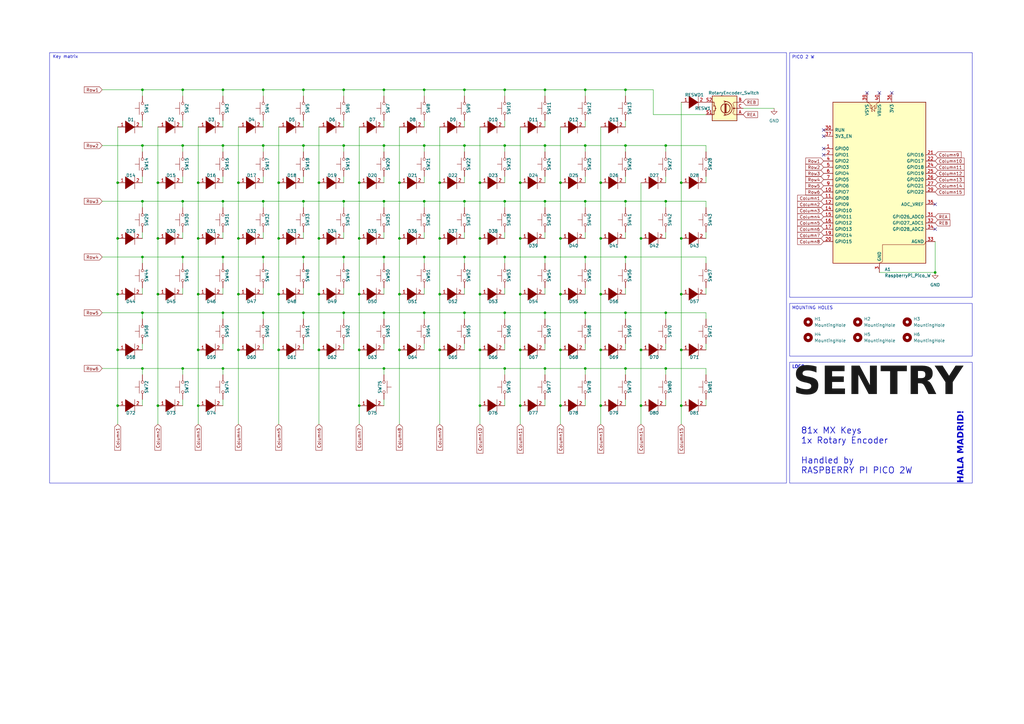
<source format=kicad_sch>
(kicad_sch (version 20250114) (generator "eeschema") (generator_version "9.0")
  (paper "A3")
  (title_block (title "Bare Bone 75% Keyboard") (date "2026-01-20") (rev "4.0") (company "sentry") (comment 1 "by Shlok Vaidya") (comment 2 "Version with PICO 2 W microntroller"))
  (lib_symbols
    (symbol "Device:RotaryEncoder_Switch" (pin_names (offset 0.254) (hide yes))
      (property "Reference" "SW" (at 0 6.604 0))
      (property "Value" "RotaryEncoder_Switch" (at 0 -6.604 0))
      (symbol "RotaryEncoder_Switch_1_1"
        (pin passive line (at -7.62 2.54 0) (length 2.54) (name "A") (number "A"))
        (pin passive line (at -7.62 0 0) (length 2.54) (name "C") (number "C"))
        (pin passive line (at -7.62 -2.54 0) (length 2.54) (name "B") (number "B"))
        (pin passive line (at 7.62 2.54 180) (length 2.54) (name "S1") (number "S1"))
        (pin passive line (at 7.62 -2.54 180) (length 2.54) (name "S2") (number "S2"))
      )
    )
    (symbol "GND_1" (power) (pin_numbers (hide yes)) (pin_names (offset 0) (hide yes))
      (property "Value" "GND" (at 0 -3.81 0))
      (symbol "GND_1_1_1"
        (pin power_in line (at 0 0 270) (length 0) (name "~") (number "1"))
      )
    )
    (symbol "MCU_Module:RaspberryPi_Pico_W" (pin_names (offset 0.762))
      (property "Reference" "A" (at -19.05 35.56 0))
      (property "Value" "RaspberryPi_Pico_W" (at 7.62 35.56 0))
      (symbol "RaspberryPi_Pico_W_1_1"
        (pin passive line (at -22.86 22.86 0) (length 3.81) (name "RUN") (number "30"))
        (pin passive line (at -22.86 20.32 0) (length 3.81) (name "3V3_EN") (number "37"))
        (pin bidirectional line (at -22.86 15.24 0) (length 3.81) (name "GPIO0") (number "1"))
        (pin bidirectional line (at -22.86 12.7 0) (length 3.81) (name "GPIO1") (number "2"))
        (pin bidirectional line (at -22.86 10.16 0) (length 3.81) (name "GPIO2") (number "4"))
        (pin bidirectional line (at -22.86 7.62 0) (length 3.81) (name "GPIO3") (number "5"))
        (pin bidirectional line (at -22.86 5.08 0) (length 3.81) (name "GPIO4") (number "6"))
        (pin bidirectional line (at -22.86 2.54 0) (length 3.81) (name "GPIO5") (number "7"))
        (pin bidirectional line (at -22.86 0 0) (length 3.81) (name "GPIO6") (number "9"))
        (pin bidirectional line (at -22.86 -2.54 0) (length 3.81) (name "GPIO7") (number "10"))
        (pin bidirectional line (at -22.86 -5.08 0) (length 3.81) (name "GPIO8") (number "11"))
        (pin bidirectional line (at -22.86 -7.62 0) (length 3.81) (name "GPIO9") (number "12"))
        (pin bidirectional line (at -22.86 -10.16 0) (length 3.81) (name "GPIO10") (number "14"))
        (pin bidirectional line (at -22.86 -12.7 0) (length 3.81) (name "GPIO11") (number "15"))
        (pin bidirectional line (at -22.86 -15.24 0) (length 3.81) (name "GPIO12") (number "16"))
        (pin bidirectional line (at -22.86 -17.78 0) (length 3.81) (name "GPIO13") (number "17"))
        (pin bidirectional line (at -22.86 -20.32 0) (length 3.81) (name "GPIO14") (number "19"))
        (pin bidirectional line (at -22.86 -22.86 0) (length 3.81) (name "GPIO15") (number "20"))
        (pin power_in line (at -5.08 38.1 270) (length 3.81) (name "VSYS") (number "39"))
        (pin power_out line (at 0 38.1 270) (length 3.81) (name "VBUS") (number "40"))
        (pin passive line (at 0 -35.56 90) (length 3.81) (hide yes) (name "GND") (number "13"))
        (pin passive line (at 0 -35.56 90) (length 3.81) (hide yes) (name "GND") (number "18"))
        (pin passive line (at 0 -35.56 90) (length 3.81) (hide yes) (name "GND") (number "23"))
        (pin passive line (at 0 -35.56 90) (length 3.81) (hide yes) (name "GND") (number "28"))
        (pin power_out line (at 0 -35.56 90) (length 3.81) (name "GND") (number "3"))
        (pin passive line (at 0 -35.56 90) (length 3.81) (hide yes) (name "GND") (number "38"))
        (pin passive line (at 0 -35.56 90) (length 3.81) (hide yes) (name "GND") (number "8"))
        (pin power_out line (at 5.08 38.1 270) (length 3.81) (name "3V3") (number "36"))
        (pin bidirectional line (at 22.86 12.7 180) (length 3.81) (name "GPIO16") (number "21"))
        (pin bidirectional line (at 22.86 10.16 180) (length 3.81) (name "GPIO17") (number "22"))
        (pin bidirectional line (at 22.86 7.62 180) (length 3.81) (name "GPIO18") (number "24"))
        (pin bidirectional line (at 22.86 5.08 180) (length 3.81) (name "GPIO19") (number "25"))
        (pin bidirectional line (at 22.86 2.54 180) (length 3.81) (name "GPIO20") (number "26"))
        (pin bidirectional line (at 22.86 0 180) (length 3.81) (name "GPIO21") (number "27"))
        (pin bidirectional line (at 22.86 -2.54 180) (length 3.81) (name "GPIO22") (number "29"))
        (pin power_in line (at 22.86 -7.62 180) (length 3.81) (name "ADC_VREF") (number "35"))
        (pin bidirectional line (at 22.86 -12.7 180) (length 3.81) (name "GPIO26_ADC0") (number "31"))
        (pin bidirectional line (at 22.86 -15.24 180) (length 3.81) (name "GPIO27_ADC1") (number "32"))
        (pin bidirectional line (at 22.86 -17.78 180) (length 3.81) (name "GPIO28_ADC2") (number "34"))
        (pin power_out line (at 22.86 -22.86 180) (length 3.81) (name "AGND") (number "33"))
      )
    )
    (symbol "Mechanical:MountingHole" (pin_names (offset 1.016)) (in_bom no)
      (property "Reference" "H" (at 0 5.08 0))
      (property "Value" "MountingHole" (at 0 3.175 0))
    )
    (symbol "SW_Push_1" (pin_numbers (hide yes)) (pin_names (offset 1.016) (hide yes))
      (property "Reference" "SW" (at 1.27 2.54 0))
      (property "Value" "SW_Push_1" (at 0 -1.524 0))
      (symbol "SW_Push_1_0_1"
        (pin passive line (at -5.08 0 0) (length 2.54) (name "1") (number "1"))
        (pin passive line (at 5.08 0 180) (length 2.54) (name "2") (number "2"))
      )
    )
    (symbol "power:GND" (power) (pin_names (offset 0))
      (property "Value" "GND" (at 0 -3.81 0))
      (symbol "GND_1_1"
        (pin power_in line (at 0 0 270) (length 0) (hide yes) (name "GND") (number "1"))
      )
    )
    (symbol "pspice:DIODE" (pin_names (offset 1.016) (hide yes))
      (property "Reference" "D" (at 0 3.81 0))
      (property "Value" "DIODE" (at 0 -4.445 0))
      (symbol "DIODE_1_1"
        (pin input line (at -5.08 0 0) (length 3.81) (name "K") (number "1"))
        (pin input line (at 5.08 0 180) (length 3.81) (name "A") (number "2"))
      )
    )
  )
  (rectangle (start 20.32 21.59) (end 322.58 198.12))
  (text "SENTRY" (at 360.172 160.02 0) (effects (font (size 11.43 11.43) (italic yes))))
  (text "HALA MADRID!" (at 394.716 183.388 90) (effects (font (size 2.54 2.54) (thickness 0.254) (bold yes))))
  (text "Key matrix\n" (at 21.59 24.13 0) (effects (font (size 1.27 1.27)) (justify left bottom)))
  (text "81x MX Keys\n1x Rotary Encoder\n\nHandled by \nRASPBERRY PI PICO 2W\n" (at 328.422 184.912 0) (effects (font (size 2.54 2.54) (thickness 0.254) (bold yes)) (justify left)))
  (text_box "PICO 2 W" (at 323.85 21.59 0) (size 74.93 100.33) (margins 0.9525 0.9525 0.9525 0.9525) (effects (font (size 1.27 1.27)) (justify left top)))
  (text_box "MOUNTING HOLES\n" (at 323.85 124.46 0) (size 74.93 21.59) (margins 0.9525 0.9525 0.9525 0.9525) (effects (font (size 1.27 1.27)) (justify left top)))
  (text_box "LOGO\n" (at 323.85 148.59 0) (size 74.93 49.53) (margins 0.9525 0.9525 0.9525 0.9525) (effects (font (size 1.27 1.27) (thickness 0.254) (bold yes)) (justify left top)))
  (junction (at 107.95 82.55))
  (junction (at 173.99 36.83))
  (junction (at 240.03 151.13))
  (junction (at 91.44 151.13))
  (junction (at 163.83 74.93))
  (junction (at 58.42 128.27))
  (junction (at 279.4 97.79))
  (junction (at 74.93 105.41))
  (junction (at 246.38 166.37))
  (junction (at 81.28 97.79))
  (junction (at 147.32 97.79))
  (junction (at 58.42 151.13))
  (junction (at 91.44 59.69))
  (junction (at 74.93 36.83))
  (junction (at 223.52 151.13))
  (junction (at 213.36 97.79))
  (junction (at 173.99 105.41))
  (junction (at 81.28 74.93))
  (junction (at 383.54 111.76))
  (junction (at 223.52 82.55))
  (junction (at 107.95 128.27))
  (junction (at 196.85 97.79))
  (junction (at 97.79 120.65))
  (junction (at 124.46 105.41))
  (junction (at 229.87 166.37))
  (junction (at 173.99 82.55))
  (junction (at 157.48 128.27))
  (junction (at 140.97 105.41))
  (junction (at 124.46 59.69))
  (junction (at 256.54 36.83))
  (junction (at 213.36 74.93))
  (junction (at 207.01 105.41))
  (junction (at 140.97 82.55))
  (junction (at 107.95 105.41))
  (junction (at 256.54 105.41))
  (junction (at 262.89 143.51))
  (junction (at 190.5 128.27))
  (junction (at 279.4 143.51))
  (junction (at 157.48 59.69))
  (junction (at 173.99 128.27))
  (junction (at 196.85 143.51))
  (junction (at 207.01 128.27))
  (junction (at 48.26 143.51))
  (junction (at 114.3 97.79))
  (junction (at 130.81 120.65))
  (junction (at 124.46 128.27))
  (junction (at 196.85 74.93))
  (junction (at 81.28 143.51))
  (junction (at 124.46 82.55))
  (junction (at 229.87 74.93))
  (junction (at 81.28 120.65))
  (junction (at 58.42 82.55))
  (junction (at 74.93 59.69))
  (junction (at 114.3 143.51))
  (junction (at 207.01 36.83))
  (junction (at 64.77 166.37))
  (junction (at 147.32 166.37))
  (junction (at 140.97 36.83))
  (junction (at 262.89 166.37))
  (junction (at 58.42 105.41))
  (junction (at 91.44 128.27))
  (junction (at 246.38 143.51))
  (junction (at 157.48 151.13))
  (junction (at 240.03 128.27))
  (junction (at 196.85 120.65))
  (junction (at 147.32 143.51))
  (junction (at 140.97 128.27))
  (junction (at 157.48 82.55))
  (junction (at 64.77 97.79))
  (junction (at 180.34 97.79))
  (junction (at 173.99 59.69))
  (junction (at 114.3 120.65))
  (junction (at 190.5 82.55))
  (junction (at 273.05 59.69))
  (junction (at 273.05 82.55))
  (junction (at 256.54 59.69))
  (junction (at 180.34 74.93))
  (junction (at 114.3 74.93))
  (junction (at 246.38 74.93))
  (junction (at 207.01 82.55))
  (junction (at 279.4 74.93))
  (junction (at 130.81 74.93))
  (junction (at 140.97 59.69))
  (junction (at 48.26 120.65))
  (junction (at 223.52 105.41))
  (junction (at 58.42 59.69))
  (junction (at 190.5 105.41))
  (junction (at 48.26 97.79))
  (junction (at 180.34 120.65))
  (junction (at 256.54 151.13))
  (junction (at 240.03 82.55))
  (junction (at 64.77 120.65))
  (junction (at 48.26 74.93))
  (junction (at 256.54 82.55))
  (junction (at 81.28 166.37))
  (junction (at 240.03 105.41))
  (junction (at 213.36 120.65))
  (junction (at 273.05 128.27))
  (junction (at 130.81 97.79))
  (junction (at 64.77 74.93))
  (junction (at 180.34 143.51))
  (junction (at 190.5 36.83))
  (junction (at 213.36 143.51))
  (junction (at 279.4 120.65))
  (junction (at 262.89 97.79))
  (junction (at 246.38 97.79))
  (junction (at 207.01 59.69))
  (junction (at 91.44 82.55))
  (junction (at 147.32 120.65))
  (junction (at 223.52 36.83))
  (junction (at 97.79 74.93))
  (junction (at 240.03 59.69))
  (junction (at 74.93 151.13))
  (junction (at 273.05 151.13))
  (junction (at 229.87 120.65))
  (junction (at 157.48 105.41))
  (junction (at 130.81 143.51))
  (junction (at 163.83 120.65))
  (junction (at 279.4 166.37))
  (junction (at 124.46 36.83))
  (junction (at 229.87 97.79))
  (junction (at 91.44 36.83))
  (junction (at 48.26 166.37))
  (junction (at 223.52 128.27))
  (junction (at 207.01 151.13))
  (junction (at 157.48 36.83))
  (junction (at 256.54 128.27))
  (junction (at 74.93 82.55))
  (junction (at 163.83 97.79))
  (junction (at 196.85 166.37))
  (junction (at 213.36 166.37))
  (junction (at 223.52 59.69))
  (junction (at 58.42 36.83))
  (junction (at 91.44 105.41))
  (junction (at 240.03 36.83))
  (junction (at 97.79 143.51))
  (junction (at 246.38 120.65))
  (junction (at 147.32 74.93))
  (junction (at 163.83 143.51))
  (junction (at 190.5 59.69))
  (junction (at 107.95 36.83))
  (junction (at 107.95 59.69))
  (junction (at 97.79 97.79))
  (junction (at 229.87 143.51))
  (no_connect (at 337.82 60.96))
  (no_connect (at 337.82 53.34))
  (no_connect (at 360.68 38.1))
  (no_connect (at 337.82 55.88))
  (no_connect (at 383.54 93.98))
  (no_connect (at 355.6 38.1))
  (no_connect (at 383.54 83.82))
  (no_connect (at 365.76 38.1))
  (no_connect (at 337.82 63.5))
  (wire (pts (xy 173.99 128.27) (xy 173.99 130.81)))
  (wire (pts (xy 223.52 151.13) (xy 240.03 151.13)))
  (wire (pts (xy 58.42 151.13) (xy 58.42 153.67)))
  (wire (pts (xy 147.32 74.93) (xy 147.32 97.79)))
  (wire (pts (xy 223.52 163.83) (xy 223.52 166.37)))
  (wire (pts (xy 124.46 49.53) (xy 124.46 52.07)))
  (wire (pts (xy 41.91 36.83) (xy 58.42 36.83)))
  (wire (pts (xy 279.4 120.65) (xy 279.4 143.51)))
  (wire (pts (xy 256.54 36.83) (xy 256.54 39.37)))
  (wire (pts (xy 229.87 166.37) (xy 229.87 173.99)))
  (wire (pts (xy 64.77 166.37) (xy 64.77 173.99)))
  (wire (pts (xy 256.54 140.97) (xy 256.54 143.51)))
  (wire (pts (xy 48.26 97.79) (xy 48.26 120.65)))
  (wire (pts (xy 207.01 36.83) (xy 223.52 36.83)))
  (wire (pts (xy 213.36 143.51) (xy 213.36 166.37)))
  (wire (pts (xy 256.54 95.25) (xy 256.54 97.79)))
  (wire (pts (xy 256.54 105.41) (xy 256.54 107.95)))
  (wire (pts (xy 223.52 82.55) (xy 223.52 85.09)))
  (wire (pts (xy 157.48 36.83) (xy 173.99 36.83)))
  (wire (pts (xy 240.03 128.27) (xy 240.03 130.81)))
  (wire (pts (xy 223.52 128.27) (xy 240.03 128.27)))
  (wire (pts (xy 124.46 82.55) (xy 140.97 82.55)))
  (wire (pts (xy 74.93 151.13) (xy 91.44 151.13)))
  (wire (pts (xy 196.85 52.07) (xy 196.85 74.93)))
  (wire (pts (xy 229.87 74.93) (xy 229.87 97.79)))
  (wire (pts (xy 279.4 143.51) (xy 279.4 166.37)))
  (wire (pts (xy 157.48 72.39) (xy 157.48 74.93)))
  (wire (pts (xy 157.48 105.41) (xy 157.48 107.95)))
  (wire (pts (xy 383.54 99.06) (xy 383.54 111.76)))
  (wire (pts (xy 240.03 95.25) (xy 240.03 97.79)))
  (wire (pts (xy 256.54 151.13) (xy 256.54 153.67)))
  (wire (pts (xy 240.03 151.13) (xy 240.03 153.67)))
  (wire (pts (xy 256.54 151.13) (xy 273.05 151.13)))
  (wire (pts (xy 173.99 128.27) (xy 190.5 128.27)))
  (wire (pts (xy 107.95 128.27) (xy 124.46 128.27)))
  (wire (pts (xy 124.46 105.41) (xy 124.46 107.95)))
  (wire (pts (xy 91.44 36.83) (xy 107.95 36.83)))
  (wire (pts (xy 58.42 163.83) (xy 58.42 166.37)))
  (wire (pts (xy 240.03 82.55) (xy 240.03 85.09)))
  (wire (pts (xy 157.48 105.41) (xy 173.99 105.41)))
  (wire (pts (xy 223.52 72.39) (xy 223.52 74.93)))
  (wire (pts (xy 124.46 128.27) (xy 124.46 130.81)))
  (wire (pts (xy 207.01 59.69) (xy 223.52 59.69)))
  (wire (pts (xy 91.44 140.97) (xy 91.44 143.51)))
  (wire (pts (xy 163.83 143.51) (xy 163.83 173.99)))
  (wire (pts (xy 207.01 128.27) (xy 223.52 128.27)))
  (wire (pts (xy 114.3 74.93) (xy 114.3 97.79)))
  (wire (pts (xy 289.56 151.13) (xy 289.56 153.67)))
  (wire (pts (xy 207.01 105.41) (xy 223.52 105.41)))
  (wire (pts (xy 173.99 49.53) (xy 173.99 52.07)))
  (wire (pts (xy 130.81 120.65) (xy 130.81 143.51)))
  (wire (pts (xy 207.01 151.13) (xy 207.01 153.67)))
  (wire (pts (xy 196.85 166.37) (xy 196.85 173.99)))
  (wire (pts (xy 273.05 82.55) (xy 273.05 85.09)))
  (wire (pts (xy 107.95 59.69) (xy 124.46 59.69)))
  (wire (pts (xy 273.05 82.55) (xy 289.56 82.55)))
  (wire (pts (xy 223.52 105.41) (xy 223.52 107.95)))
  (wire (pts (xy 273.05 151.13) (xy 273.05 153.67)))
  (wire (pts (xy 107.95 128.27) (xy 107.95 130.81)))
  (wire (pts (xy 107.95 49.53) (xy 107.95 52.07)))
  (wire (pts (xy 157.48 128.27) (xy 173.99 128.27)))
  (wire (pts (xy 223.52 128.27) (xy 223.52 130.81)))
  (wire (pts (xy 58.42 49.53) (xy 58.42 52.07)))
  (wire (pts (xy 207.01 36.83) (xy 207.01 39.37)))
  (wire (pts (xy 240.03 72.39) (xy 240.03 74.93)))
  (wire (pts (xy 196.85 143.51) (xy 196.85 166.37)))
  (wire (pts (xy 289.56 118.11) (xy 289.56 120.65)))
  (wire (pts (xy 240.03 36.83) (xy 256.54 36.83)))
  (wire (pts (xy 246.38 166.37) (xy 246.38 173.99)))
  (wire (pts (xy 58.42 128.27) (xy 91.44 128.27)))
  (wire (pts (xy 91.44 36.83) (xy 91.44 39.37)))
  (wire (pts (xy 190.5 59.69) (xy 207.01 59.69)))
  (wire (pts (xy 140.97 36.83) (xy 157.48 36.83)))
  (wire (pts (xy 173.99 72.39) (xy 173.99 74.93)))
  (wire (pts (xy 124.46 105.41) (xy 140.97 105.41)))
  (wire (pts (xy 207.01 82.55) (xy 207.01 85.09)))
  (wire (pts (xy 130.81 52.07) (xy 130.81 74.93)))
  (wire (pts (xy 273.05 72.39) (xy 273.05 74.93)))
  (wire (pts (xy 229.87 143.51) (xy 229.87 166.37)))
  (wire (pts (xy 64.77 97.79) (xy 64.77 120.65)))
  (wire (pts (xy 256.54 118.11) (xy 256.54 120.65)))
  (wire (pts (xy 58.42 72.39) (xy 58.42 74.93)))
  (wire (pts (xy 180.34 74.93) (xy 180.34 97.79)))
  (wire (pts (xy 240.03 36.83) (xy 240.03 39.37)))
  (wire (pts (xy 196.85 97.79) (xy 196.85 120.65)))
  (wire (pts (xy 289.56 105.41) (xy 289.56 107.95)))
  (wire (pts (xy 289.56 72.39) (xy 289.56 74.93)))
  (wire (pts (xy 147.32 166.37) (xy 147.32 173.99)))
  (wire (pts (xy 58.42 59.69) (xy 74.93 59.69)))
  (wire (pts (xy 273.05 140.97) (xy 273.05 143.51)))
  (wire (pts (xy 74.93 82.55) (xy 74.93 85.09)))
  (wire (pts (xy 223.52 95.25) (xy 223.52 97.79)))
  (wire (pts (xy 246.38 120.65) (xy 246.38 143.51)))
  (wire (pts (xy 213.36 120.65) (xy 213.36 143.51)))
  (wire (pts (xy 173.99 105.41) (xy 190.5 105.41)))
  (wire (pts (xy 64.77 120.65) (xy 64.77 166.37)))
  (wire (pts (xy 91.44 82.55) (xy 107.95 82.55)))
  (wire (pts (xy 147.32 120.65) (xy 147.32 143.51)))
  (wire (pts (xy 114.3 52.07) (xy 114.3 74.93)))
  (wire (pts (xy 190.5 128.27) (xy 190.5 130.81)))
  (wire (pts (xy 107.95 82.55) (xy 124.46 82.55)))
  (wire (pts (xy 207.01 163.83) (xy 207.01 166.37)))
  (wire (pts (xy 256.54 128.27) (xy 256.54 130.81)))
  (wire (pts (xy 157.48 59.69) (xy 157.48 62.23)))
  (wire (pts (xy 91.44 105.41) (xy 91.44 107.95)))
  (wire (pts (xy 163.83 74.93) (xy 163.83 97.79)))
  (wire (pts (xy 240.03 105.41) (xy 240.03 107.95)))
  (wire (pts (xy 64.77 74.93) (xy 64.77 97.79)))
  (wire (pts (xy 97.79 143.51) (xy 97.79 173.99)))
  (wire (pts (xy 190.5 82.55) (xy 190.5 85.09)))
  (wire (pts (xy 240.03 105.41) (xy 256.54 105.41)))
  (wire (pts (xy 107.95 95.25) (xy 107.95 97.79)))
  (wire (pts (xy 240.03 140.97) (xy 240.03 143.51)))
  (wire (pts (xy 256.54 82.55) (xy 256.54 85.09)))
  (wire (pts (xy 173.99 118.11) (xy 173.99 120.65)))
  (wire (pts (xy 190.5 95.25) (xy 190.5 97.79)))
  (wire (pts (xy 107.95 36.83) (xy 107.95 39.37)))
  (wire (pts (xy 64.77 52.07) (xy 64.77 74.93)))
  (wire (pts (xy 256.54 59.69) (xy 273.05 59.69)))
  (wire (pts (xy 383.54 111.76) (xy 360.68 111.76)))
  (wire (pts (xy 223.52 140.97) (xy 223.52 143.51)))
  (wire (pts (xy 240.03 59.69) (xy 256.54 59.69)))
  (wire (pts (xy 81.28 74.93) (xy 81.28 97.79)))
  (wire (pts (xy 91.44 163.83) (xy 91.44 166.37)))
  (wire (pts (xy 130.81 143.51) (xy 130.81 173.99)))
  (wire (pts (xy 190.5 118.11) (xy 190.5 120.65)))
  (wire (pts (xy 147.32 97.79) (xy 147.32 120.65)))
  (wire (pts (xy 124.46 59.69) (xy 140.97 59.69)))
  (wire (pts (xy 81.28 143.51) (xy 81.28 166.37)))
  (wire (pts (xy 81.28 166.37) (xy 81.28 173.99)))
  (wire (pts (xy 190.5 82.55) (xy 207.01 82.55)))
  (wire (pts (xy 173.99 105.41) (xy 173.99 107.95)))
  (wire (pts (xy 163.83 120.65) (xy 163.83 143.51)))
  (wire (pts (xy 41.91 59.69) (xy 58.42 59.69)))
  (wire (pts (xy 130.81 97.79) (xy 130.81 120.65)))
  (wire (pts (xy 173.99 36.83) (xy 190.5 36.83)))
  (wire (pts (xy 58.42 59.69) (xy 58.42 62.23)))
  (wire (pts (xy 157.48 82.55) (xy 157.48 85.09)))
  (wire (pts (xy 173.99 140.97) (xy 173.99 143.51)))
  (wire (pts (xy 157.48 82.55) (xy 173.99 82.55)))
  (wire (pts (xy 140.97 105.41) (xy 140.97 107.95)))
  (wire (pts (xy 279.4 74.93) (xy 279.4 97.79)))
  (wire (pts (xy 157.48 163.83) (xy 157.48 166.37)))
  (wire (pts (xy 223.52 151.13) (xy 223.52 153.67)))
  (wire (pts (xy 223.52 59.69) (xy 223.52 62.23)))
  (wire (pts (xy 267.97 36.83) (xy 267.97 46.99)))
  (wire (pts (xy 289.56 140.97) (xy 289.56 143.51)))
  (wire (pts (xy 190.5 49.53) (xy 190.5 52.07)))
  (wire (pts (xy 58.42 82.55) (xy 58.42 85.09)))
  (wire (pts (xy 180.34 120.65) (xy 180.34 143.51)))
  (wire (pts (xy 304.8 44.45) (xy 317.5 44.45)))
  (wire (pts (xy 240.03 118.11) (xy 240.03 120.65)))
  (wire (pts (xy 74.93 72.39) (xy 74.93 74.93)))
  (wire (pts (xy 74.93 105.41) (xy 74.93 107.95)))
  (wire (pts (xy 173.99 82.55) (xy 173.99 85.09)))
  (wire (pts (xy 124.46 72.39) (xy 124.46 74.93)))
  (wire (pts (xy 240.03 151.13) (xy 256.54 151.13)))
  (wire (pts (xy 74.93 59.69) (xy 91.44 59.69)))
  (wire (pts (xy 190.5 105.41) (xy 207.01 105.41)))
  (wire (pts (xy 107.95 105.41) (xy 107.95 107.95)))
  (wire (pts (xy 140.97 72.39) (xy 140.97 74.93)))
  (wire (pts (xy 74.93 105.41) (xy 91.44 105.41)))
  (wire (pts (xy 223.52 82.55) (xy 240.03 82.55)))
  (wire (pts (xy 91.44 128.27) (xy 107.95 128.27)))
  (wire (pts (xy 114.3 97.79) (xy 114.3 120.65)))
  (wire (pts (xy 273.05 151.13) (xy 289.56 151.13)))
  (wire (pts (xy 213.36 74.93) (xy 213.36 97.79)))
  (wire (pts (xy 279.4 166.37) (xy 279.4 173.99)))
  (wire (pts (xy 91.44 49.53) (xy 91.44 52.07)))
  (wire (pts (xy 91.44 128.27) (xy 91.44 130.81)))
  (wire (pts (xy 107.95 105.41) (xy 124.46 105.41)))
  (wire (pts (xy 190.5 105.41) (xy 190.5 107.95)))
  (wire (pts (xy 223.52 49.53) (xy 223.52 52.07)))
  (wire (pts (xy 289.56 59.69) (xy 289.56 62.23)))
  (wire (pts (xy 58.42 82.55) (xy 74.93 82.55)))
  (wire (pts (xy 180.34 52.07) (xy 180.34 74.93)))
  (wire (pts (xy 140.97 105.41) (xy 157.48 105.41)))
  (wire (pts (xy 97.79 74.93) (xy 97.79 97.79)))
  (wire (pts (xy 256.54 59.69) (xy 256.54 62.23)))
  (wire (pts (xy 256.54 163.83) (xy 256.54 166.37)))
  (wire (pts (xy 91.44 151.13) (xy 157.48 151.13)))
  (wire (pts (xy 140.97 118.11) (xy 140.97 120.65)))
  (wire (pts (xy 262.89 143.51) (xy 262.89 166.37)))
  (wire (pts (xy 246.38 97.79) (xy 246.38 120.65)))
  (wire (pts (xy 91.44 59.69) (xy 91.44 62.23)))
  (wire (pts (xy 163.83 97.79) (xy 163.83 120.65)))
  (wire (pts (xy 140.97 140.97) (xy 140.97 143.51)))
  (wire (pts (xy 58.42 105.41) (xy 58.42 107.95)))
  (wire (pts (xy 256.54 49.53) (xy 256.54 52.07)))
  (wire (pts (xy 124.46 36.83) (xy 140.97 36.83)))
  (wire (pts (xy 223.52 105.41) (xy 240.03 105.41)))
  (wire (pts (xy 223.52 59.69) (xy 240.03 59.69)))
  (wire (pts (xy 124.46 82.55) (xy 124.46 85.09)))
  (wire (pts (xy 157.48 151.13) (xy 207.01 151.13)))
  (wire (pts (xy 124.46 128.27) (xy 140.97 128.27)))
  (wire (pts (xy 91.44 72.39) (xy 91.44 74.93)))
  (wire (pts (xy 163.83 52.07) (xy 163.83 74.93)))
  (wire (pts (xy 223.52 36.83) (xy 223.52 39.37)))
  (wire (pts (xy 207.01 72.39) (xy 207.01 74.93)))
  (wire (pts (xy 91.44 118.11) (xy 91.44 120.65)))
  (wire (pts (xy 157.48 128.27) (xy 157.48 130.81)))
  (wire (pts (xy 140.97 82.55) (xy 140.97 85.09)))
  (wire (pts (xy 246.38 74.93) (xy 246.38 97.79)))
  (wire (pts (xy 140.97 128.27) (xy 157.48 128.27)))
  (wire (pts (xy 157.48 95.25) (xy 157.48 97.79)))
  (wire (pts (xy 107.95 118.11) (xy 107.95 120.65)))
  (wire (pts (xy 124.46 59.69) (xy 124.46 62.23)))
  (wire (pts (xy 58.42 151.13) (xy 74.93 151.13)))
  (wire (pts (xy 91.44 82.55) (xy 91.44 85.09)))
  (wire (pts (xy 97.79 52.07) (xy 97.79 74.93)))
  (wire (pts (xy 107.95 36.83) (xy 124.46 36.83)))
  (wire (pts (xy 41.91 151.13) (xy 58.42 151.13)))
  (wire (pts (xy 229.87 97.79) (xy 229.87 120.65)))
  (wire (pts (xy 48.26 74.93) (xy 48.26 97.79)))
  (wire (pts (xy 107.95 82.55) (xy 107.95 85.09)))
  (wire (pts (xy 256.54 82.55) (xy 273.05 82.55)))
  (wire (pts (xy 240.03 49.53) (xy 240.03 52.07)))
  (wire (pts (xy 58.42 105.41) (xy 74.93 105.41)))
  (wire (pts (xy 207.01 118.11) (xy 207.01 120.65)))
  (wire (pts (xy 140.97 128.27) (xy 140.97 130.81)))
  (wire (pts (xy 289.56 95.25) (xy 289.56 97.79)))
  (wire (pts (xy 48.26 166.37) (xy 48.26 173.99)))
  (wire (pts (xy 140.97 59.69) (xy 140.97 62.23)))
  (wire (pts (xy 107.95 59.69) (xy 107.95 62.23)))
  (wire (pts (xy 207.01 140.97) (xy 207.01 143.51)))
  (wire (pts (xy 196.85 120.65) (xy 196.85 143.51)))
  (wire (pts (xy 81.28 120.65) (xy 81.28 143.51)))
  (wire (pts (xy 223.52 118.11) (xy 223.52 120.65)))
  (wire (pts (xy 173.99 82.55) (xy 190.5 82.55)))
  (wire (pts (xy 190.5 128.27) (xy 207.01 128.27)))
  (wire (pts (xy 91.44 95.25) (xy 91.44 97.79)))
  (wire (pts (xy 157.48 36.83) (xy 157.48 39.37)))
  (wire (pts (xy 213.36 52.07) (xy 213.36 74.93)))
  (wire (pts (xy 140.97 49.53) (xy 140.97 52.07)))
  (wire (pts (xy 58.42 128.27) (xy 58.42 130.81)))
  (wire (pts (xy 240.03 128.27) (xy 256.54 128.27)))
  (wire (pts (xy 207.01 59.69) (xy 207.01 62.23)))
  (wire (pts (xy 173.99 59.69) (xy 190.5 59.69)))
  (wire (pts (xy 124.46 140.97) (xy 124.46 143.51)))
  (wire (pts (xy 256.54 72.39) (xy 256.54 74.93)))
  (wire (pts (xy 41.91 128.27) (xy 58.42 128.27)))
  (wire (pts (xy 256.54 36.83) (xy 267.97 36.83)))
  (wire (pts (xy 213.36 97.79) (xy 213.36 120.65)))
  (wire (pts (xy 196.85 74.93) (xy 196.85 97.79)))
  (wire (pts (xy 74.93 36.83) (xy 74.93 39.37)))
  (wire (pts (xy 140.97 59.69) (xy 157.48 59.69)))
  (wire (pts (xy 147.32 143.51) (xy 147.32 166.37)))
  (wire (pts (xy 273.05 128.27) (xy 273.05 130.81)))
  (wire (pts (xy 229.87 52.07) (xy 229.87 74.93)))
  (wire (pts (xy 229.87 120.65) (xy 229.87 143.51)))
  (wire (pts (xy 58.42 36.83) (xy 74.93 36.83)))
  (wire (pts (xy 207.01 49.53) (xy 207.01 52.07)))
  (wire (pts (xy 124.46 95.25) (xy 124.46 97.79)))
  (wire (pts (xy 147.32 52.07) (xy 147.32 74.93)))
  (wire (pts (xy 207.01 95.25) (xy 207.01 97.79)))
  (wire (pts (xy 207.01 105.41) (xy 207.01 107.95)))
  (wire (pts (xy 58.42 36.83) (xy 58.42 39.37)))
  (wire (pts (xy 48.26 52.07) (xy 48.26 74.93)))
  (wire (pts (xy 74.93 82.55) (xy 91.44 82.55)))
  (wire (pts (xy 58.42 140.97) (xy 58.42 143.51)))
  (wire (pts (xy 190.5 36.83) (xy 190.5 39.37)))
  (wire (pts (xy 81.28 97.79) (xy 81.28 120.65)))
  (wire (pts (xy 157.48 151.13) (xy 157.48 153.67)))
  (wire (pts (xy 190.5 36.83) (xy 207.01 36.83)))
  (wire (pts (xy 41.91 105.41) (xy 58.42 105.41)))
  (wire (pts (xy 273.05 128.27) (xy 289.56 128.27)))
  (wire (pts (xy 114.3 143.51) (xy 114.3 173.99)))
  (wire (pts (xy 74.93 59.69) (xy 74.93 62.23)))
  (wire (pts (xy 74.93 36.83) (xy 91.44 36.83)))
  (wire (pts (xy 223.52 36.83) (xy 240.03 36.83)))
  (wire (pts (xy 246.38 52.07) (xy 246.38 74.93)))
  (wire (pts (xy 273.05 59.69) (xy 273.05 62.23)))
  (wire (pts (xy 91.44 105.41) (xy 107.95 105.41)))
  (wire (pts (xy 114.3 120.65) (xy 114.3 143.51)))
  (wire (pts (xy 213.36 166.37) (xy 213.36 173.99)))
  (wire (pts (xy 207.01 128.27) (xy 207.01 130.81)))
  (wire (pts (xy 74.93 163.83) (xy 74.93 166.37)))
  (wire (pts (xy 74.93 118.11) (xy 74.93 120.65)))
  (wire (pts (xy 289.56 82.55) (xy 289.56 85.09)))
  (wire (pts (xy 273.05 95.25) (xy 273.05 97.79)))
  (wire (pts (xy 279.4 97.79) (xy 279.4 120.65)))
  (wire (pts (xy 81.28 52.07) (xy 81.28 74.93)))
  (wire (pts (xy 240.03 163.83) (xy 240.03 166.37)))
  (wire (pts (xy 58.42 118.11) (xy 58.42 120.65)))
  (wire (pts (xy 273.05 163.83) (xy 273.05 166.37)))
  (wire (pts (xy 273.05 59.69) (xy 289.56 59.69)))
  (wire (pts (xy 173.99 59.69) (xy 173.99 62.23)))
  (wire (pts (xy 74.93 151.13) (xy 74.93 153.67)))
  (wire (pts (xy 91.44 59.69) (xy 107.95 59.69)))
  (wire (pts (xy 262.89 166.37) (xy 262.89 173.99)))
  (wire (pts (xy 240.03 82.55) (xy 256.54 82.55)))
  (wire (pts (xy 246.38 143.51) (xy 246.38 166.37)))
  (wire (pts (xy 157.48 49.53) (xy 157.48 52.07)))
  (wire (pts (xy 157.48 59.69) (xy 173.99 59.69)))
  (wire (pts (xy 207.01 82.55) (xy 223.52 82.55)))
  (wire (pts (xy 262.89 97.79) (xy 262.89 143.51)))
  (wire (pts (xy 190.5 59.69) (xy 190.5 62.23)))
  (wire (pts (xy 289.56 128.27) (xy 289.56 130.81)))
  (wire (pts (xy 41.91 82.55) (xy 58.42 82.55)))
  (wire (pts (xy 240.03 59.69) (xy 240.03 62.23)))
  (wire (pts (xy 97.79 120.65) (xy 97.79 143.51)))
  (wire (pts (xy 107.95 72.39) (xy 107.95 74.93)))
  (wire (pts (xy 279.4 41.91) (xy 279.4 74.93)))
  (wire (pts (xy 180.34 97.79) (xy 180.34 120.65)))
  (wire (pts (xy 173.99 95.25) (xy 173.99 97.79)))
  (wire (pts (xy 207.01 151.13) (xy 223.52 151.13)))
  (wire (pts (xy 157.48 118.11) (xy 157.48 120.65)))
  (wire (pts (xy 256.54 128.27) (xy 273.05 128.27)))
  (wire (pts (xy 124.46 36.83) (xy 124.46 39.37)))
  (wire (pts (xy 190.5 72.39) (xy 190.5 74.93)))
  (wire (pts (xy 256.54 105.41) (xy 289.56 105.41)))
  (wire (pts (xy 74.93 49.53) (xy 74.93 52.07)))
  (wire (pts (xy 124.46 118.11) (xy 124.46 120.65)))
  (wire (pts (xy 190.5 140.97) (xy 190.5 143.51)))
  (wire (pts (xy 140.97 82.55) (xy 157.48 82.55)))
  (wire (pts (xy 130.81 74.93) (xy 130.81 97.79)))
  (wire (pts (xy 140.97 36.83) (xy 140.97 39.37)))
  (wire (pts (xy 97.79 97.79) (xy 97.79 120.65)))
  (wire (pts (xy 48.26 120.65) (xy 48.26 143.51)))
  (wire (pts (xy 74.93 95.25) (xy 74.93 97.79)))
  (wire (pts (xy 289.56 163.83) (xy 289.56 166.37)))
  (wire (pts (xy 48.26 143.51) (xy 48.26 166.37)))
  (wire (pts (xy 180.34 143.51) (xy 180.34 173.99)))
  (wire (pts (xy 91.44 151.13) (xy 91.44 153.67)))
  (wire (pts (xy 58.42 95.25) (xy 58.42 97.79)))
  (wire (pts (xy 262.89 74.93) (xy 262.89 97.79)))
  (wire (pts (xy 267.97 46.99) (xy 289.56 46.99)))
  (wire (pts (xy 173.99 36.83) (xy 173.99 39.37)))
  (wire (pts (xy 157.48 140.97) (xy 157.48 143.51)))
  (wire (pts (xy 140.97 95.25) (xy 140.97 97.79)))
  (wire (pts (xy 107.95 140.97) (xy 107.95 143.51)))
  (global_label "Column6" (shape input) (at 337.82 93.98 180) (property "Intersheetrefs" "${INTERSHEET_REFS}" (effects (hide yes))))
  (global_label "Row6" (shape input) (at 337.82 78.74 180) (property "Intersheetrefs" "${INTERSHEET_REFS}" (effects (hide yes))))
  (global_label "Column2" (shape input) (at 337.82 83.82 180) (property "Intersheetrefs" "${INTERSHEET_REFS}" (effects (hide yes))))
  (global_label "Row2" (shape input) (at 41.91 59.69 180) (property "Intersheetrefs" "${INTERSHEET_REFS}" (effects (hide yes))))
  (global_label "Column3" (shape input) (at 337.82 86.36 180) (property "Intersheetrefs" "${INTERSHEET_REFS}" (effects (hide yes))))
  (global_label "Column5" (shape input) (at 114.3 173.99 270) (property "Intersheetrefs" "${INTERSHEET_REFS}" (effects (hide yes))))
  (global_label "REA" (shape input) (at 304.8 46.99 0) (property "Intersheetrefs" "${INTERSHEET_REFS}" (effects (hide yes))))
  (global_label "Row1" (shape input) (at 41.91 36.83 180) (property "Intersheetrefs" "${INTERSHEET_REFS}" (effects (hide yes))))
  (global_label "Column6" (shape input) (at 130.81 173.99 270) (property "Intersheetrefs" "${INTERSHEET_REFS}" (effects (hide yes))))
  (global_label "Column14" (shape input) (at 262.89 173.99 270) (property "Intersheetrefs" "${INTERSHEET_REFS}" (effects (hide yes))))
  (global_label "Column1" (shape input) (at 337.82 81.28 180) (property "Intersheetrefs" "${INTERSHEET_REFS}" (effects (hide yes))))
  (global_label "Column13" (shape input) (at 246.38 173.99 270) (property "Intersheetrefs" "${INTERSHEET_REFS}" (effects (hide yes))))
  (global_label "Column1" (shape input) (at 48.26 173.99 270) (property "Intersheetrefs" "${INTERSHEET_REFS}" (effects (hide yes))))
  (global_label "Column13" (shape input) (at 383.54 73.66 0) (property "Intersheetrefs" "${INTERSHEET_REFS}" (effects (hide yes))))
  (global_label "Column8" (shape input) (at 163.83 173.99 270) (property "Intersheetrefs" "${INTERSHEET_REFS}" (effects (hide yes))))
  (global_label "Column14" (shape input) (at 383.54 76.2 0) (property "Intersheetrefs" "${INTERSHEET_REFS}" (effects (hide yes))))
  (global_label "Row5" (shape input) (at 41.91 128.27 180) (property "Intersheetrefs" "${INTERSHEET_REFS}" (effects (hide yes))))
  (global_label "Row4" (shape input) (at 41.91 105.41 180) (property "Intersheetrefs" "${INTERSHEET_REFS}" (effects (hide yes))))
  (global_label "Column4" (shape input) (at 337.82 88.9 180) (property "Intersheetrefs" "${INTERSHEET_REFS}" (effects (hide yes))))
  (global_label "Row4" (shape input) (at 337.82 73.66 180) (property "Intersheetrefs" "${INTERSHEET_REFS}" (effects (hide yes))))
  (global_label "Column10" (shape input) (at 383.54 66.04 0) (property "Intersheetrefs" "${INTERSHEET_REFS}" (effects (hide yes))))
  (global_label "Column9" (shape input) (at 383.54 63.5 0) (property "Intersheetrefs" "${INTERSHEET_REFS}" (effects (hide yes))))
  (global_label "Row5" (shape input) (at 337.82 76.2 180) (property "Intersheetrefs" "${INTERSHEET_REFS}" (effects (hide yes))))
  (global_label "Column5" (shape input) (at 337.82 91.44 180) (property "Intersheetrefs" "${INTERSHEET_REFS}" (effects (hide yes))))
  (global_label "Column7" (shape input) (at 337.82 96.52 180) (property "Intersheetrefs" "${INTERSHEET_REFS}" (effects (hide yes))))
  (global_label "Row3" (shape input) (at 337.82 71.12 180) (property "Intersheetrefs" "${INTERSHEET_REFS}" (effects (hide yes))))
  (global_label "Row3" (shape input) (at 41.91 82.55 180) (property "Intersheetrefs" "${INTERSHEET_REFS}" (effects (hide yes))))
  (global_label "Row1" (shape input) (at 337.82 66.04 180) (property "Intersheetrefs" "${INTERSHEET_REFS}" (effects (hide yes))))
  (global_label "REB" (shape input) (at 383.54 91.44 0) (property "Intersheetrefs" "${INTERSHEET_REFS}" (effects (hide yes))))
  (global_label "Column8" (shape input) (at 337.82 99.06 180) (property "Intersheetrefs" "${INTERSHEET_REFS}" (effects (hide yes))))
  (global_label "Column10" (shape input) (at 196.85 173.99 270) (property "Intersheetrefs" "${INTERSHEET_REFS}" (effects (hide yes))))
  (global_label "Column7" (shape input) (at 147.32 173.99 270) (property "Intersheetrefs" "${INTERSHEET_REFS}" (effects (hide yes))))
  (global_label "REA" (shape input) (at 383.54 88.9 0) (property "Intersheetrefs" "${INTERSHEET_REFS}" (effects (hide yes))))
  (global_label "Column9" (shape input) (at 180.34 173.99 270) (property "Intersheetrefs" "${INTERSHEET_REFS}" (effects (hide yes))))
  (global_label "Column12" (shape input) (at 383.54 71.12 0) (property "Intersheetrefs" "${INTERSHEET_REFS}" (effects (hide yes))))
  (global_label "Row2" (shape input) (at 337.82 68.58 180) (property "Intersheetrefs" "${INTERSHEET_REFS}" (effects (hide yes))))
  (global_label "Column3" (shape input) (at 81.28 173.99 270) (property "Intersheetrefs" "${INTERSHEET_REFS}" (effects (hide yes))))
  (global_label "Column15" (shape input) (at 383.54 78.74 0) (property "Intersheetrefs" "${INTERSHEET_REFS}" (effects (hide yes))))
  (global_label "Row6" (shape input) (at 41.91 151.13 180) (property "Intersheetrefs" "${INTERSHEET_REFS}" (effects (hide yes))))
  (global_label "Column11" (shape input) (at 383.54 68.58 0) (property "Intersheetrefs" "${INTERSHEET_REFS}" (effects (hide yes))))
  (global_label "Column4" (shape input) (at 97.79 173.99 270) (property "Intersheetrefs" "${INTERSHEET_REFS}" (effects (hide yes))))
  (global_label "Column15" (shape input) (at 279.4 173.99 270) (property "Intersheetrefs" "${INTERSHEET_REFS}" (effects (hide yes))))
  (global_label "Column2" (shape input) (at 64.77 173.99 270) (property "Intersheetrefs" "${INTERSHEET_REFS}" (effects (hide yes))))
  (global_label "Column11" (shape input) (at 213.36 173.99 270) (property "Intersheetrefs" "${INTERSHEET_REFS}" (effects (hide yes))))
  (global_label "Column12" (shape input) (at 229.87 173.99 270) (property "Intersheetrefs" "${INTERSHEET_REFS}" (effects (hide yes))))
  (global_label "REB" (shape input) (at 304.8 41.91 0) (property "Intersheetrefs" "${INTERSHEET_REFS}" (effects (hide yes))))
  (symbol (lib_id "pspice:DIODE") (at 201.93 52.07 0) (unit 1)
    (property "Reference" "D10" (at 202.2553 49.0698 0))
    (property "Value" "DIODE" (effects (hide yes)))
    (property "Footprint" "Diode_SMD:D_SOD-123" (effects (hide yes)))
  )
  (symbol (lib_id "pspice:DIODE") (at 168.91 52.07 0) (unit 1)
    (property "Reference" "D8" (at 169.2353 49.0698 0))
    (property "Value" "DIODE" (effects (hide yes)))
    (property "Footprint" "Diode_SMD:D_SOD-123" (effects (hide yes)))
  )
  (symbol (lib_name "SW_Push_1") (lib_id "Switch:SW_Push") (at 289.56 90.17 90) (unit 1)
    (property "Reference" "SW43" (at 291.2248 90.1377 0))
    (property "Value" "SW_Push" (effects (hide yes)))
    (property "Footprint" "Button_Switch_Keyboard:SW_Cherry_MX_1.00u_PCB" (effects (hide yes)))
  )
  (symbol (lib_name "SW_Push_1") (lib_id "Switch:SW_Push") (at 107.95 113.03 90) (unit 1)
    (property "Reference" "SW47" (at 109.6148 112.9977 0))
    (property "Value" "SW_Push" (effects (hide yes)))
    (property "Footprint" "Button_Switch_Keyboard:SW_Cherry_MX_1.00u_PCB" (effects (hide yes)))
  )
  (symbol (lib_name "SW_Push_1") (lib_id "Switch:SW_Push") (at 289.56 135.89 90) (unit 1)
    (property "Reference" "SW71" (at 291.2248 135.8577 0))
    (property "Value" "SW_Push" (effects (hide yes)))
    (property "Footprint" "Button_Switch_Keyboard:SW_Cherry_MX_1.00u_PCB" (effects (hide yes)))
  )
  (symbol (lib_name "SW_Push_1") (lib_id "Switch:SW_Push") (at 58.42 67.31 90) (unit 1)
    (property "Reference" "SW14" (at 60.0848 67.2777 0))
    (property "Value" "SW_Push" (effects (hide yes)))
    (property "Footprint" "Button_Switch_Keyboard:SW_Cherry_MX_1.00u_PCB" (effects (hide yes)))
  )
  (symbol (lib_id "pspice:DIODE") (at 218.44 97.79 0) (mirror x) (unit 1)
    (property "Reference" "D39" (at 218.7653 100.7902 0))
    (property "Value" "DIODE" (effects (hide yes)))
    (property "Footprint" "Diode_SMD:D_SOD-123" (effects (hide yes)))
  )
  (symbol (lib_name "SW_Push_1") (lib_id "Switch:SW_Push") (at 157.48 158.75 270) (unit 1)
    (property "Reference" "SW75" (at 155.8152 158.7823 0))
    (property "Value" "SW_Push" (effects (hide yes)))
    (property "Footprint" "Button_Switch_Keyboard:SW_Cherry_MX_6.25u_PCB" (effects (hide yes)))
  )
  (symbol (lib_id "pspice:DIODE") (at 135.89 120.65 0) (mirror x) (unit 1)
    (property "Reference" "D49" (at 136.2153 123.6502 0))
    (property "Value" "DIODE" (effects (hide yes)))
    (property "Footprint" "Diode_SMD:D_SOD-123" (effects (hide yes)))
  )
  (symbol (lib_id "pspice:DIODE") (at 135.89 143.51 0) (mirror x) (unit 1)
    (property "Reference" "D62" (at 136.2153 146.5102 0))
    (property "Value" "DIODE" (effects (hide yes)))
    (property "Footprint" "Diode_SMD:D_SOD-123" (effects (hide yes)))
  )
  (symbol (lib_name "SW_Push_1") (lib_id "Switch:SW_Push") (at 140.97 135.89 90) (unit 1)
    (property "Reference" "SW62" (at 142.6348 135.8577 0))
    (property "Value" "SW_Push" (effects (hide yes)))
    (property "Footprint" "Button_Switch_Keyboard:SW_Cherry_MX_1.00u_PCB" (effects (hide yes)))
  )
  (symbol (lib_id "pspice:DIODE") (at 86.36 120.65 0) (mirror x) (unit 1)
    (property "Reference" "D46" (at 86.6853 123.6502 0))
    (property "Value" "DIODE" (effects (hide yes)))
    (property "Footprint" "Diode_SMD:D_SOD-123" (effects (hide yes)))
  )
  (symbol (lib_name "SW_Push_1") (lib_id "Switch:SW_Push") (at 157.48 67.31 90) (unit 1)
    (property "Reference" "SW20" (at 159.1448 67.2777 0))
    (property "Value" "SW_Push" (effects (hide yes)))
    (property "Footprint" "Button_Switch_Keyboard:SW_Cherry_MX_1.00u_PCB" (effects (hide yes)))
  )
  (symbol (lib_id "pspice:DIODE") (at 168.91 143.51 0) (mirror x) (unit 1)
    (property "Reference" "D64" (at 169.2353 146.5102 0))
    (property "Value" "DIODE" (effects (hide yes)))
    (property "Footprint" "Diode_SMD:D_SOD-123" (effects (hide yes)))
  )
  (symbol (lib_id "pspice:DIODE") (at 201.93 97.79 0) (unit 1)
    (property "Reference" "D38" (at 202.2553 94.7898 0))
    (property "Value" "DIODE" (effects (hide yes)))
    (property "Footprint" "Diode_SMD:D_SOD-123" (effects (hide yes)))
  )
  (symbol (lib_id "pspice:DIODE") (at 168.91 120.65 0) (mirror x) (unit 1)
    (property "Reference" "D51" (at 169.2353 123.6502 0))
    (property "Value" "DIODE" (effects (hide yes)))
    (property "Footprint" "Diode_SMD:D_SOD-123" (effects (hide yes)))
  )
  (symbol (lib_name "SW_Push_1") (lib_id "Switch:SW_Push") (at 256.54 90.17 90) (unit 1)
    (property "Reference" "SW41" (at 258.2048 90.1377 0))
    (property "Value" "SW_Push" (effects (hide yes)))
    (property "Footprint" "Button_Switch_Keyboard:SW_Cherry_MX_1.00u_PCB" (effects (hide yes)))
  )
  (symbol (lib_name "SW_Push_1") (lib_id "Switch:SW_Push") (at 140.97 113.03 90) (unit 1)
    (property "Reference" "SW49" (at 142.6348 112.9977 0))
    (property "Value" "SW_Push" (effects (hide yes)))
    (property "Footprint" "Button_Switch_Keyboard:SW_Cherry_MX_1.00u_PCB" (effects (hide yes)))
  )
  (symbol (lib_id "pspice:DIODE") (at 185.42 120.65 0) (mirror x) (unit 1)
    (property "Reference" "D52" (at 185.7453 123.6502 0))
    (property "Value" "DIODE" (effects (hide yes)))
    (property "Footprint" "Diode_SMD:D_SOD-123" (effects (hide yes)))
  )
  (symbol (lib_name "SW_Push_1") (lib_id "Switch:SW_Push") (at 273.05 158.75 90) (unit 1)
    (property "Reference" "SW80" (at 274.7148 158.7177 0))
    (property "Value" "SW_Push" (effects (hide yes)))
    (property "Footprint" "Button_Switch_Keyboard:SW_Cherry_MX_1.00u_PCB" (effects (hide yes)))
  )
  (symbol (lib_id "pspice:DIODE") (at 267.97 97.79 0) (mirror x) (unit 1)
    (property "Reference" "D42" (at 268.2953 100.7902 0))
    (property "Value" "DIODE" (effects (hide yes)))
    (property "Footprint" "Diode_SMD:D_SOD-123" (effects (hide yes)))
  )
  (symbol (lib_name "SW_Push_1") (lib_id "Switch:SW_Push") (at 173.99 44.45 90) (unit 1)
    (property "Reference" "SW8" (at 175.6548 44.4177 0))
    (property "Value" "SW_Push" (effects (hide yes)))
    (property "Footprint" "Button_Switch_Keyboard:SW_Cherry_MX_1.00u_PCB" (effects (hide yes)))
  )
  (symbol (lib_name "SW_Push_1") (lib_id "Switch:SW_Push") (at 223.52 67.31 90) (unit 1)
    (property "Reference" "SW24" (at 225.1848 67.2777 0))
    (property "Value" "SW_Push" (effects (hide yes)))
    (property "Footprint" "Button_Switch_Keyboard:SW_Cherry_MX_1.00u_PCB" (effects (hide yes)))
  )
  (symbol (lib_id "pspice:DIODE") (at 119.38 97.79 0) (unit 1)
    (property "Reference" "D33" (at 119.7053 94.7898 0))
    (property "Value" "DIODE" (effects (hide yes)))
    (property "Footprint" "Diode_SMD:D_SOD-123" (effects (hide yes)))
  )
  (symbol (lib_id "pspice:DIODE") (at 69.85 166.37 0) (mirror x) (unit 1)
    (property "Reference" "D73" (at 70.1753 169.3702 0))
    (property "Value" "DIODE" (effects (hide yes)))
    (property "Footprint" "Diode_SMD:D_SOD-123" (effects (hide yes)))
  )
  (symbol (lib_name "SW_Push_1") (lib_id "Switch:SW_Push") (at 273.05 135.89 90) (unit 1)
    (property "Reference" "SW70" (at 274.7148 135.8577 0))
    (property "Value" "SW_Push" (effects (hide yes)))
    (property "Footprint" "Button_Switch_Keyboard:SW_Cherry_MX_1.00u_PCB" (effects (hide yes)))
  )
  (symbol (lib_id "pspice:DIODE") (at 69.85 52.07 0) (unit 1)
    (property "Reference" "D2" (at 70.1753 49.0698 0))
    (property "Value" "DIODE" (effects (hide yes)))
    (property "Footprint" "Diode_SMD:D_SOD-123" (effects (hide yes)))
  )
  (symbol (lib_id "pspice:DIODE") (at 53.34 120.65 0) (mirror x) (unit 1)
    (property "Reference" "D44" (at 53.6653 123.6502 0))
    (property "Value" "DIODE" (effects (hide yes)))
    (property "Footprint" "Diode_SMD:D_SOD-123" (effects (hide yes)))
  )
  (symbol (lib_name "SW_Push_1") (lib_id "Switch:SW_Push") (at 289.56 67.31 90) (unit 1)
    (property "Reference" "SW28" (at 291.2248 67.2777 0))
    (property "Value" "SW_Push" (effects (hide yes)))
    (property "Footprint" "Button_Switch_Keyboard:SW_Cherry_MX_1.00u_PCB" (effects (hide yes)))
  )
  (symbol (lib_name "SW_Push_1") (lib_id "Switch:SW_Push") (at 107.95 90.17 90) (unit 1)
    (property "Reference" "SW32" (at 109.6148 90.1377 0))
    (property "Value" "SW_Push" (effects (hide yes)))
    (property "Footprint" "Button_Switch_Keyboard:SW_Cherry_MX_1.00u_PCB" (effects (hide yes)))
  )
  (symbol (lib_id "pspice:DIODE") (at 119.38 74.93 0) (unit 1)
    (property "Reference" "D18" (at 119.7053 71.9298 0))
    (property "Value" "DIODE" (effects (hide yes)))
    (property "Footprint" "Diode_SMD:D_SOD-123" (effects (hide yes)))
  )
  (symbol (lib_name "SW_Push_1") (lib_id "Switch:SW_Push") (at 240.03 44.45 90) (unit 1)
    (property "Reference" "SW12" (at 241.6948 44.4177 0))
    (property "Value" "SW_Push" (effects (hide yes)))
    (property "Footprint" "Button_Switch_Keyboard:SW_Cherry_MX_1.00u_PCB" (effects (hide yes)))
  )
  (symbol (lib_name "SW_Push_1") (lib_id "Switch:SW_Push") (at 240.03 158.75 90) (unit 1)
    (property "Reference" "SW78" (at 241.6948 158.7177 0))
    (property "Value" "SW_Push" (effects (hide yes)))
    (property "Footprint" "Button_Switch_Keyboard:SW_Cherry_MX_1.00u_PCB" (effects (hide yes)))
  )
  (symbol (lib_id "pspice:DIODE") (at 251.46 52.07 0) (unit 1)
    (property "Reference" "D13" (at 251.7853 49.0698 0))
    (property "Value" "DIODE" (effects (hide yes)))
    (property "Footprint" "Diode_SMD:D_SOD-123" (effects (hide yes)))
  )
  (symbol (lib_name "SW_Push_1") (lib_id "Switch:SW_Push") (at 173.99 67.31 90) (unit 1)
    (property "Reference" "SW21" (at 175.6548 67.2777 0))
    (property "Value" "SW_Push" (effects (hide yes)))
    (property "Footprint" "Button_Switch_Keyboard:SW_Cherry_MX_1.00u_PCB" (effects (hide yes)))
  )
  (symbol (lib_name "SW_Push_1") (lib_id "Switch:SW_Push") (at 124.46 90.17 90) (unit 1)
    (property "Reference" "SW33" (at 126.1248 90.1377 0))
    (property "Value" "SW_Push" (effects (hide yes)))
    (property "Footprint" "Button_Switch_Keyboard:SW_Cherry_MX_1.00u_PCB" (effects (hide yes)))
  )
  (symbol (lib_name "SW_Push_1") (lib_id "Switch:SW_Push") (at 157.48 135.89 90) (unit 1)
    (property "Reference" "SW63" (at 159.1448 135.8577 0))
    (property "Value" "SW_Push" (effects (hide yes)))
    (property "Footprint" "Button_Switch_Keyboard:SW_Cherry_MX_1.00u_PCB" (effects (hide yes)))
  )
  (symbol (lib_name "SW_Push_1") (lib_id "Switch:SW_Push") (at 91.44 135.89 90) (unit 1)
    (property "Reference" "SW59" (at 93.1048 135.8577 0))
    (property "Value" "SW_Push" (effects (hide yes)))
    (property "Footprint" "Button_Switch_Keyboard:SW_Cherry_MX_1.00u_PCB" (effects (hide yes)))
  )
  (symbol (lib_name "SW_Push_1") (lib_id "Switch:SW_Push") (at 223.52 158.75 90) (unit 1)
    (property "Reference" "SW77" (at 225.1848 158.7177 0))
    (property "Value" "SW_Push" (effects (hide yes)))
    (property "Footprint" "Button_Switch_Keyboard:SW_Cherry_MX_1.00u_PCB" (effects (hide yes)))
  )
  (symbol (lib_id "pspice:DIODE") (at 152.4 120.65 0) (mirror x) (unit 1)
    (property "Reference" "D50" (at 152.7253 123.6502 0))
    (property "Value" "DIODE" (effects (hide yes)))
    (property "Footprint" "Diode_SMD:D_SOD-123" (effects (hide yes)))
  )
  (symbol (lib_name "SW_Push_1") (lib_id "Switch:SW_Push") (at 91.44 67.31 90) (unit 1)
    (property "Reference" "SW16" (at 93.1048 67.2777 0))
    (property "Value" "SW_Push" (effects (hide yes)))
    (property "Footprint" "Button_Switch_Keyboard:SW_Cherry_MX_1.00u_PCB" (effects (hide yes)))
  )
  (symbol (lib_id "MCU_Module:RaspberryPi_Pico_W") (at 360.68 76.2 0) (unit 1)
    (property "Reference" "A1" (at 362.8233 110.49 0) (effects (justify left)))
    (property "Value" "RaspberryPi_Pico_W" (at 362.8233 113.03 0) (effects (justify left)))
    (property "Footprint" "Module:RaspberryPi_Pico_Common_THT" (effects (hide yes)))
    (property "Datasheet" "https://datasheets.raspberrypi.com/picow/pico-w-datasheet.pdf" (effects (hide yes)))
    (property "Description" "Versatile and inexpensive wireless microcontroller module powered by RP2040 dual-core Arm Cortex-M0+ processor up to 133 MHz, 264kB SRAM, 2MB QSPI flash, Infineon CYW43439 2.4GHz 802.11n wireless LAN; also supports Raspberry Pi Pico 2 W" (effects (hide yes)))
  )
  (symbol (lib_id "pspice:DIODE") (at 119.38 120.65 0) (mirror x) (unit 1)
    (property "Reference" "D48" (at 119.7053 123.6502 0))
    (property "Value" "DIODE" (effects (hide yes)))
    (property "Footprint" "Diode_SMD:D_SOD-123" (effects (hide yes)))
  )
  (symbol (lib_id "pspice:DIODE") (at 53.34 166.37 0) (mirror x) (unit 1)
    (property "Reference" "D72" (at 53.6653 169.3702 0))
    (property "Value" "DIODE" (effects (hide yes)))
    (property "Footprint" "Diode_SMD:D_SOD-123" (effects (hide yes)))
  )
  (symbol (lib_name "SW_Push_1") (lib_id "Switch:SW_Push") (at 91.44 158.75 90) (unit 1)
    (property "Reference" "SW74" (at 93.1048 158.7177 0))
    (property "Value" "SW_Push" (effects (hide yes)))
    (property "Footprint" "Button_Switch_Keyboard:SW_Cherry_MX_1.25u_PCB" (effects (hide yes)))
  )
  (symbol (lib_name "SW_Push_1") (lib_id "Switch:SW_Push") (at 207.01 67.31 90) (unit 1)
    (property "Reference" "SW23" (at 208.6748 67.2777 0))
    (property "Value" "SW_Push" (effects (hide yes)))
    (property "Footprint" "Button_Switch_Keyboard:SW_Cherry_MX_1.00u_PCB" (effects (hide yes)))
  )
  (symbol (lib_id "pspice:DIODE") (at 218.44 143.51 0) (mirror x) (unit 1)
    (property "Reference" "D67" (at 218.7653 146.5102 0))
    (property "Value" "DIODE" (effects (hide yes)))
    (property "Footprint" "Diode_SMD:D_SOD-123" (effects (hide yes)))
  )
  (symbol (lib_id "pspice:DIODE") (at 267.97 143.51 0) (mirror x) (unit 1)
    (property "Reference" "D70" (at 268.2953 146.5102 0))
    (property "Value" "DIODE" (effects (hide yes)))
    (property "Footprint" "Diode_SMD:D_SOD-123" (effects (hide yes)))
  )
  (symbol (lib_id "pspice:DIODE") (at 152.4 74.93 0) (unit 1)
    (property "Reference" "D20" (at 152.7253 71.9298 0))
    (property "Value" "DIODE" (effects (hide yes)))
    (property "Footprint" "Diode_SMD:D_SOD-123" (effects (hide yes)))
  )
  (symbol (lib_id "Device:RotaryEncoder_Switch") (at 297.18 44.45 180) (unit 1) (in_bom no)
    (property "Reference" "RESW1" (at 288.29 44.45 0))
    (property "Value" "RotaryEncoder_Switch" (at 300.99 38.1 0))
    (property "Footprint" "Rotary_Encoder:RotaryEncoder_Alps_EC11E-Switch_Vertical_H20mm_MountingHoles" (effects (hide yes)))
  )
  (symbol (lib_name "SW_Push_1") (lib_id "Switch:SW_Push") (at 107.95 135.89 90) (unit 1)
    (property "Reference" "SW60" (at 109.6148 135.8577 0))
    (property "Value" "SW_Push" (effects (hide yes)))
    (property "Footprint" "Button_Switch_Keyboard:SW_Cherry_MX_1.00u_PCB" (effects (hide yes)))
  )
  (symbol (lib_id "pspice:DIODE") (at 102.87 97.79 0) (unit 1)
    (property "Reference" "D32" (at 103.1953 94.7898 0))
    (property "Value" "DIODE" (effects (hide yes)))
    (property "Footprint" "Diode_SMD:D_SOD-123" (effects (hide yes)))
  )
  (symbol (lib_name "SW_Push_1") (lib_id "Switch:SW_Push") (at 256.54 67.31 90) (unit 1)
    (property "Reference" "SW26" (at 258.2048 67.2777 0))
    (property "Value" "SW_Push" (effects (hide yes)))
    (property "Footprint" "Button_Switch_Keyboard:SW_Cherry_MX_1.00u_PCB" (effects (hide yes)))
  )
  (symbol (lib_name "SW_Push_1") (lib_id "Switch:SW_Push") (at 74.93 113.03 90) (unit 1)
    (property "Reference" "SW45" (at 76.5948 112.9977 0))
    (property "Value" "SW_Push" (effects (hide yes)))
    (property "Footprint" "Button_Switch_Keyboard:SW_Cherry_MX_1.00u_PCB" (effects (hide yes)))
  )
  (symbol (lib_id "pspice:DIODE") (at 234.95 74.93 0) (unit 1)
    (property "Reference" "D25" (at 235.2753 71.9298 0))
    (property "Value" "DIODE" (effects (hide yes)))
    (property "Footprint" "Diode_SMD:D_SOD-123" (effects (hide yes)))
  )
  (symbol (lib_id "pspice:DIODE") (at 53.34 143.51 0) (mirror x) (unit 1)
    (property "Reference" "D58" (at 53.6653 146.5102 0))
    (property "Value" "DIODE" (effects (hide yes)))
    (property "Footprint" "Diode_SMD:D_SOD-123" (effects (hide yes)))
  )
  (symbol (lib_id "pspice:DIODE") (at 251.46 166.37 0) (mirror x) (unit 1)
    (property "Reference" "D79" (at 251.7853 169.3702 0))
    (property "Value" "DIODE" (effects (hide yes)))
    (property "Footprint" "Diode_SMD:D_SOD-123" (effects (hide yes)))
  )
  (symbol (lib_id "pspice:DIODE") (at 53.34 97.79 0) (unit 1)
    (property "Reference" "D29" (at 53.6653 94.7898 0))
    (property "Value" "DIODE" (effects (hide yes)))
    (property "Footprint" "Diode_SMD:D_SOD-123" (effects (hide yes)))
  )
  (symbol (lib_name "SW_Push_1") (lib_id "Switch:SW_Push") (at 74.93 67.31 90) (unit 1)
    (property "Reference" "SW15" (at 76.5948 67.2777 0))
    (property "Value" "SW_Push" (effects (hide yes)))
    (property "Footprint" "Button_Switch_Keyboard:SW_Cherry_MX_1.00u_PCB" (effects (hide yes)))
  )
  (symbol (lib_name "SW_Push_1") (lib_id "Switch:SW_Push") (at 289.56 158.75 90) (unit 1)
    (property "Reference" "SW81" (at 291.2248 158.7177 0))
    (property "Value" "SW_Push" (effects (hide yes)))
    (property "Footprint" "Button_Switch_Keyboard:SW_Cherry_MX_1.00u_PCB" (effects (hide yes)))
  )
  (symbol (lib_name "SW_Push_1") (lib_id "Switch:SW_Push") (at 240.03 67.31 90) (unit 1)
    (property "Reference" "SW25" (at 241.6948 67.2777 0))
    (property "Value" "SW_Push" (effects (hide yes)))
    (property "Footprint" "Button_Switch_Keyboard:SW_Cherry_MX_1.00u_PCB" (effects (hide yes)))
  )
  (symbol (lib_name "SW_Push_1") (lib_id "Switch:SW_Push") (at 173.99 113.03 90) (unit 1)
    (property "Reference" "SW51" (at 175.6548 112.9977 0))
    (property "Value" "SW_Push" (effects (hide yes)))
    (property "Footprint" "Button_Switch_Keyboard:SW_Cherry_MX_1.00u_PCB" (effects (hide yes)))
  )
  (symbol (lib_id "pspice:DIODE") (at 251.46 120.65 0) (mirror x) (unit 1)
    (property "Reference" "D56" (at 251.7853 123.6502 0))
    (property "Value" "DIODE" (effects (hide yes)))
    (property "Footprint" "Diode_SMD:D_SOD-123" (effects (hide yes)))
  )
  (symbol (lib_id "pspice:DIODE") (at 152.4 143.51 0) (mirror x) (unit 1)
    (property "Reference" "D63" (at 152.7253 146.5102 0))
    (property "Value" "DIODE" (effects (hide yes)))
    (property "Footprint" "Diode_SMD:D_SOD-123" (effects (hide yes)))
  )
  (symbol (lib_name "SW_Push_1") (lib_id "Switch:SW_Push") (at 256.54 158.75 90) (unit 1)
    (property "Reference" "SW79" (at 258.2048 158.7177 0))
    (property "Value" "SW_Push" (effects (hide yes)))
    (property "Footprint" "Button_Switch_Keyboard:SW_Cherry_MX_1.00u_PCB" (effects (hide yes)))
  )
  (symbol (lib_name "SW_Push_1") (lib_id "Switch:SW_Push") (at 157.48 113.03 90) (unit 1)
    (property "Reference" "SW50" (at 159.1448 112.9977 0))
    (property "Value" "SW_Push" (effects (hide yes)))
    (property "Footprint" "Button_Switch_Keyboard:SW_Cherry_MX_1.00u_PCB" (effects (hide yes)))
  )
  (symbol (lib_id "pspice:DIODE") (at 251.46 74.93 0) (unit 1)
    (property "Reference" "D26" (at 251.7853 71.9298 0))
    (property "Value" "DIODE" (effects (hide yes)))
    (property "Footprint" "Diode_SMD:D_SOD-123" (effects (hide yes)))
  )
  (symbol (lib_name "SW_Push_1") (lib_id "Switch:SW_Push") (at 256.54 113.03 90) (unit 1)
    (property "Reference" "SW56" (at 258.2048 112.9977 0))
    (property "Value" "SW_Push" (effects (hide yes)))
    (property "Footprint" "Button_Switch_Keyboard:SW_Cherry_MX_1.00u_PCB" (effects (hide yes)))
  )
  (symbol (lib_id "pspice:DIODE") (at 102.87 143.51 0) (mirror x) (unit 1)
    (property "Reference" "D60" (at 103.1953 146.5102 0))
    (property "Value" "DIODE" (effects (hide yes)))
    (property "Footprint" "Diode_SMD:D_SOD-123" (effects (hide yes)))
  )
  (symbol (lib_id "Mechanical:MountingHole") (at 372.11 132.08 0) (unit 1) (in_bom no)
    (property "Reference" "H3" (at 374.65 130.8099 0) (effects (justify left)))
    (property "Value" "MountingHole" (at 374.65 133.3499 0) (effects (justify left)))
    (property "Footprint" "MountingHole:MountingHole_2.7mm_M2.5" (effects (hide yes)))
    (property "Description" "Mounting Hole without connection" (effects (hide yes)))
  )
  (symbol (lib_id "pspice:DIODE") (at 201.93 166.37 0) (mirror x) (unit 1)
    (property "Reference" "D76" (at 202.2553 169.3702 0))
    (property "Value" "DIODE" (effects (hide yes)))
    (property "Footprint" "Diode_SMD:D_SOD-123" (effects (hide yes)))
  )
  (symbol (lib_id "pspice:DIODE") (at 267.97 74.93 0) (unit 1)
    (property "Reference" "D27" (at 268.2953 71.9298 0))
    (property "Value" "DIODE" (effects (hide yes)))
    (property "Footprint" "Diode_SMD:D_SOD-123" (effects (hide yes)))
  )
  (symbol (lib_name "SW_Push_1") (lib_id "Switch:SW_Push") (at 91.44 90.17 90) (unit 1)
    (property "Reference" "SW31" (at 93.1048 90.1377 0))
    (property "Value" "SW_Push" (effects (hide yes)))
    (property "Footprint" "Button_Switch_Keyboard:SW_Cherry_MX_1.00u_PCB" (effects (hide yes)))
  )
  (symbol (lib_id "pspice:DIODE") (at 185.42 52.07 0) (unit 1)
    (property "Reference" "D9" (at 185.7453 49.0698 0))
    (property "Value" "DIODE" (effects (hide yes)))
    (property "Footprint" "Diode_SMD:D_SOD-123" (effects (hide yes)))
  )
  (symbol (lib_id "Mechanical:MountingHole") (at 331.47 132.08 0) (unit 1) (in_bom no)
    (property "Reference" "H1" (at 334.01 130.8099 0) (effects (justify left)))
    (property "Value" "MountingHole" (at 334.01 133.3499 0) (effects (justify left)))
    (property "Footprint" "MountingHole:MountingHole_2.7mm_M2.5" (effects (hide yes)))
    (property "Description" "Mounting Hole without connection" (effects (hide yes)))
  )
  (symbol (lib_name "SW_Push_1") (lib_id "Switch:SW_Push") (at 273.05 90.17 90) (unit 1)
    (property "Reference" "SW42" (at 274.7148 90.1377 0))
    (property "Value" "SW_Push" (effects (hide yes)))
    (property "Footprint" "Button_Switch_Keyboard:SW_Cherry_MX_ISOEnter_PCB" (effects (hide yes)))
  )
  (symbol (lib_name "SW_Push_1") (lib_id "Switch:SW_Push") (at 256.54 135.89 90) (unit 1)
    (property "Reference" "SW69" (at 258.2048 135.8577 0))
    (property "Value" "SW_Push" (effects (hide yes)))
    (property "Footprint" "Button_Switch_Keyboard:SW_Cherry_MX_2.25u_PCB" (effects (hide yes)))
  )
  (symbol (lib_name "SW_Push_1") (lib_id "Switch:SW_Push") (at 74.93 90.17 90) (unit 1)
    (property "Reference" "SW30" (at 76.5948 90.1377 0))
    (property "Value" "SW_Push" (effects (hide yes)))
    (property "Footprint" "Button_Switch_Keyboard:SW_Cherry_MX_1.00u_PCB" (effects (hide yes)))
  )
  (symbol (lib_id "pspice:DIODE") (at 267.97 166.37 0) (mirror x) (unit 1)
    (property "Reference" "D80" (at 268.2953 169.3702 0))
    (property "Value" "DIODE" (effects (hide yes)))
    (property "Footprint" "Diode_SMD:D_SOD-123" (effects (hide yes)))
  )
  (symbol (lib_name "SW_Push_1") (lib_id "Switch:SW_Push") (at 190.5 135.89 90) (unit 1)
    (property "Reference" "SW65" (at 192.1648 135.8577 0))
    (property "Value" "SW_Push" (effects (hide yes)))
    (property "Footprint" "Button_Switch_Keyboard:SW_Cherry_MX_1.00u_PCB" (effects (hide yes)))
  )
  (symbol (lib_name "SW_Push_1") (lib_id "Switch:SW_Push") (at 58.42 44.45 90) (unit 1)
    (property "Reference" "SW1" (at 60.0848 44.4177 0))
    (property "Value" "SW_Push" (effects (hide yes)))
    (property "Footprint" "Button_Switch_Keyboard:SW_Cherry_MX_1.00u_PCB" (effects (hide yes)))
  )
  (symbol (lib_name "SW_Push_1") (lib_id "Switch:SW_Push") (at 107.95 67.31 90) (unit 1)
    (property "Reference" "SW17" (at 109.6148 67.2777 0))
    (property "Value" "SW_Push" (effects (hide yes)))
    (property "Footprint" "Button_Switch_Keyboard:SW_Cherry_MX_1.00u_PCB" (effects (hide yes)))
  )
  (symbol (lib_id "Mechanical:MountingHole") (at 351.79 138.43 0) (unit 1) (in_bom no)
    (property "Reference" "H5" (at 354.33 137.1599 0) (effects (justify left)))
    (property "Value" "MountingHole" (at 354.33 139.6999 0) (effects (justify left)))
    (property "Footprint" "MountingHole:MountingHole_2.7mm_M2.5" (effects (hide yes)))
    (property "Description" "Mounting Hole without connection" (effects (hide yes)))
  )
  (symbol (lib_name "SW_Push_1") (lib_id "Switch:SW_Push") (at 256.54 44.45 90) (unit 1)
    (property "Reference" "SW13" (at 258.2048 44.4177 0))
    (property "Value" "SW_Push" (effects (hide yes)))
    (property "Footprint" "Button_Switch_Keyboard:SW_Cherry_MX_1.00u_PCB" (effects (hide yes)))
  )
  (symbol (lib_id "pspice:DIODE") (at 251.46 97.79 0) (mirror x) (unit 1)
    (property "Reference" "D41" (at 251.7853 100.7902 0))
    (property "Value" "DIODE" (effects (hide yes)))
    (property "Footprint" "Diode_SMD:D_SOD-123" (effects (hide yes)))
  )
  (symbol (lib_id "pspice:DIODE") (at 201.93 74.93 0) (unit 1)
    (property "Reference" "D23" (at 202.2553 71.9298 0))
    (property "Value" "DIODE" (effects (hide yes)))
    (property "Footprint" "Diode_SMD:D_SOD-123" (effects (hide yes)))
  )
  (symbol (lib_id "pspice:DIODE") (at 218.44 52.07 0) (unit 1)
    (property "Reference" "D11" (at 218.7653 49.0698 0))
    (property "Value" "DIODE" (effects (hide yes)))
    (property "Footprint" "Diode_SMD:D_SOD-123" (effects (hide yes)))
  )
  (symbol (lib_id "pspice:DIODE") (at 69.85 74.93 0) (unit 1)
    (property "Reference" "D15" (at 70.1753 71.9298 0))
    (property "Value" "DIODE" (effects (hide yes)))
    (property "Footprint" "Diode_SMD:D_SOD-123" (effects (hide yes)))
  )
  (symbol (lib_name "SW_Push_1") (lib_id "Switch:SW_Push") (at 124.46 135.89 90) (unit 1)
    (property "Reference" "SW61" (at 126.1248 135.8577 0))
    (property "Value" "SW_Push" (effects (hide yes)))
    (property "Footprint" "Button_Switch_Keyboard:SW_Cherry_MX_1.00u_PCB" (effects (hide yes)))
  )
  (symbol (lib_name "SW_Push_1") (lib_id "Switch:SW_Push") (at 223.52 44.45 90) (unit 1)
    (property "Reference" "SW11" (at 225.1848 44.4177 0))
    (property "Value" "SW_Push" (effects (hide yes)))
    (property "Footprint" "Button_Switch_Keyboard:SW_Cherry_MX_1.00u_PCB" (effects (hide yes)))
  )
  (symbol (lib_name "SW_Push_1") (lib_id "Switch:SW_Push") (at 91.44 44.45 90) (unit 1)
    (property "Reference" "SW3" (at 93.1048 44.4177 0))
    (property "Value" "SW_Push" (effects (hide yes)))
    (property "Footprint" "Button_Switch_Keyboard:SW_Cherry_MX_1.00u_PCB" (effects (hide yes)))
  )
  (symbol (lib_id "pspice:DIODE") (at 135.89 74.93 0) (unit 1)
    (property "Reference" "D19" (at 136.2153 71.9298 0))
    (property "Value" "DIODE" (effects (hide yes)))
    (property "Footprint" "Diode_SMD:D_SOD-123" (effects (hide yes)))
  )
  (symbol (lib_id "pspice:DIODE") (at 234.95 143.51 0) (mirror x) (unit 1)
    (property "Reference" "D68" (at 235.2753 146.5102 0))
    (property "Value" "DIODE" (effects (hide yes)))
    (property "Footprint" "Diode_SMD:D_SOD-123" (effects (hide yes)))
  )
  (symbol (lib_id "pspice:DIODE") (at 218.44 120.65 0) (mirror x) (unit 1)
    (property "Reference" "D54" (at 218.7653 123.6502 0))
    (property "Value" "DIODE" (effects (hide yes)))
    (property "Footprint" "Diode_SMD:D_SOD-123" (effects (hide yes)))
  )
  (symbol (lib_name "SW_Push_1") (lib_id "Switch:SW_Push") (at 207.01 113.03 90) (unit 1)
    (property "Reference" "SW53" (at 208.6748 112.9977 0))
    (property "Value" "SW_Push" (effects (hide yes)))
    (property "Footprint" "Button_Switch_Keyboard:SW_Cherry_MX_1.00u_PCB" (effects (hide yes)))
  )
  (symbol (lib_id "Mechanical:MountingHole") (at 331.47 138.43 0) (unit 1) (in_bom no)
    (property "Reference" "H4" (at 334.01 137.1599 0) (effects (justify left)))
    (property "Value" "MountingHole" (at 334.01 139.6999 0) (effects (justify left)))
    (property "Footprint" "MountingHole:MountingHole_2.7mm_M2.5" (effects (hide yes)))
    (property "Description" "Mounting Hole without connection" (effects (hide yes)))
  )
  (symbol (lib_id "pspice:DIODE") (at 168.91 97.79 0) (unit 1)
    (property "Reference" "D36" (at 169.2353 94.7898 0))
    (property "Value" "DIODE" (effects (hide yes)))
    (property "Footprint" "Diode_SMD:D_SOD-123" (effects (hide yes)))
  )
  (symbol (lib_id "pspice:DIODE") (at 284.48 97.79 0) (mirror x) (unit 1)
    (property "Reference" "D43" (at 284.8053 100.7902 0))
    (property "Value" "DIODE" (effects (hide yes)))
    (property "Footprint" "Diode_SMD:D_SOD-123" (effects (hide yes)))
  )
  (symbol (lib_id "pspice:DIODE") (at 234.95 120.65 0) (mirror x) (unit 1)
    (property "Reference" "D55" (at 235.2753 123.6502 0))
    (property "Value" "DIODE" (effects (hide yes)))
    (property "Footprint" "Diode_SMD:D_SOD-123" (effects (hide yes)))
  )
  (symbol (lib_name "SW_Push_1") (lib_id "Switch:SW_Push") (at 207.01 90.17 90) (unit 1)
    (property "Reference" "SW38" (at 208.6748 90.1377 0))
    (property "Value" "SW_Push" (effects (hide yes)))
    (property "Footprint" "Button_Switch_Keyboard:SW_Cherry_MX_1.00u_PCB" (effects (hide yes)))
  )
  (symbol (lib_name "SW_Push_1") (lib_id "Switch:SW_Push") (at 140.97 90.17 90) (unit 1)
    (property "Reference" "SW34" (at 142.6348 90.1377 0))
    (property "Value" "SW_Push" (effects (hide yes)))
    (property "Footprint" "Button_Switch_Keyboard:SW_Cherry_MX_1.00u_PCB" (effects (hide yes)))
  )
  (symbol (lib_id "pspice:DIODE") (at 135.89 52.07 0) (unit 1)
    (property "Reference" "D6" (at 136.2153 49.0698 0))
    (property "Value" "DIODE" (effects (hide yes)))
    (property "Footprint" "Diode_SMD:D_SOD-123" (effects (hide yes)))
  )
  (symbol (lib_name "SW_Push_1") (lib_id "Switch:SW_Push") (at 157.48 44.45 90) (unit 1)
    (property "Reference" "SW7" (at 159.1448 44.4177 0))
    (property "Value" "SW_Push" (effects (hide yes)))
    (property "Footprint" "Button_Switch_Keyboard:SW_Cherry_MX_1.00u_PCB" (effects (hide yes)))
  )
  (symbol (lib_id "pspice:DIODE") (at 168.91 74.93 0) (unit 1)
    (property "Reference" "D21" (at 169.2353 71.9298 0))
    (property "Value" "DIODE" (effects (hide yes)))
    (property "Footprint" "Diode_SMD:D_SOD-123" (effects (hide yes)))
  )
  (symbol (lib_name "SW_Push_1") (lib_id "Switch:SW_Push") (at 207.01 135.89 90) (unit 1)
    (property "Reference" "SW66" (at 208.6748 135.8577 0))
    (property "Value" "SW_Push" (effects (hide yes)))
    (property "Footprint" "Button_Switch_Keyboard:SW_Cherry_MX_1.00u_PCB" (effects (hide yes)))
  )
  (symbol (lib_name "SW_Push_1") (lib_id "Switch:SW_Push") (at 124.46 113.03 90) (unit 1)
    (property "Reference" "SW48" (at 126.1248 112.9977 0))
    (property "Value" "SW_Push" (effects (hide yes)))
    (property "Footprint" "Button_Switch_Keyboard:SW_Cherry_MX_1.00u_PCB" (effects (hide yes)))
  )
  (symbol (lib_id "pspice:DIODE") (at 86.36 97.79 0) (unit 1)
    (property "Reference" "D31" (at 86.6853 94.7898 0))
    (property "Value" "DIODE" (effects (hide yes)))
    (property "Footprint" "Diode_SMD:D_SOD-123" (effects (hide yes)))
  )
  (symbol (lib_id "pspice:DIODE") (at 284.48 166.37 0) (mirror x) (unit 1)
    (property "Reference" "D81" (at 284.8053 169.3702 0))
    (property "Value" "DIODE" (effects (hide yes)))
    (property "Footprint" "Diode_SMD:D_SOD-123" (effects (hide yes)))
  )
  (symbol (lib_id "pspice:DIODE") (at 69.85 120.65 0) (mirror x) (unit 1)
    (property "Reference" "D45" (at 70.1753 123.6502 0))
    (property "Value" "DIODE" (effects (hide yes)))
    (property "Footprint" "Diode_SMD:D_SOD-123" (effects (hide yes)))
  )
  (symbol (lib_name "SW_Push_1") (lib_id "Switch:SW_Push") (at 240.03 135.89 90) (unit 1)
    (property "Reference" "SW68" (at 241.6948 135.8577 0))
    (property "Value" "SW_Push" (effects (hide yes)))
    (property "Footprint" "Button_Switch_Keyboard:SW_Cherry_MX_1.00u_PCB" (effects (hide yes)))
  )
  (symbol (lib_name "SW_Push_1") (lib_id "Switch:SW_Push") (at 190.5 113.03 90) (unit 1)
    (property "Reference" "SW52" (at 192.1648 112.9977 0))
    (property "Value" "SW_Push" (effects (hide yes)))
    (property "Footprint" "Button_Switch_Keyboard:SW_Cherry_MX_1.00u_PCB" (effects (hide yes)))
  )
  (symbol (lib_name "SW_Push_1") (lib_id "Switch:SW_Push") (at 58.42 113.03 90) (unit 1)
    (property "Reference" "SW44" (at 60.0848 112.9977 0))
    (property "Value" "SW_Push" (effects (hide yes)))
    (property "Footprint" "Button_Switch_Keyboard:SW_Cherry_MX_1.75u_PCB" (effects (hide yes)))
  )
  (symbol (lib_name "SW_Push_1") (lib_id "Switch:SW_Push") (at 223.52 135.89 90) (unit 1)
    (property "Reference" "SW67" (at 225.1848 135.8577 0))
    (property "Value" "SW_Push" (effects (hide yes)))
    (property "Footprint" "Button_Switch_Keyboard:SW_Cherry_MX_1.00u_PCB" (effects (hide yes)))
  )
  (symbol (lib_id "pspice:DIODE") (at 234.95 166.37 0) (mirror x) (unit 1)
    (property "Reference" "D78" (at 235.2753 169.3702 0))
    (property "Value" "DIODE" (effects (hide yes)))
    (property "Footprint" "Diode_SMD:D_SOD-123" (effects (hide yes)))
  )
  (symbol (lib_id "pspice:DIODE") (at 185.42 143.51 0) (mirror x) (unit 1)
    (property "Reference" "D65" (at 185.7453 146.5102 0))
    (property "Value" "DIODE" (effects (hide yes)))
    (property "Footprint" "Diode_SMD:D_SOD-123" (effects (hide yes)))
  )
  (symbol (lib_id "power:GND") (at 317.5 44.45 0) (unit 1)
    (property "Reference" "#PWR01" (effects (hide yes)))
    (property "Value" "GND" (at 317.5 49.53 0))
  )
  (symbol (lib_id "pspice:DIODE") (at 218.44 74.93 0) (unit 1)
    (property "Reference" "D24" (at 218.7653 71.9298 0))
    (property "Value" "DIODE" (effects (hide yes)))
    (property "Footprint" "Diode_SMD:D_SOD-123" (effects (hide yes)))
  )
  (symbol (lib_name "SW_Push_1") (lib_id "Switch:SW_Push") (at 207.01 158.75 90) (unit 1)
    (property "Reference" "SW76" (at 208.6748 158.7177 0))
    (property "Value" "SW_Push" (effects (hide yes)))
    (property "Footprint" "Button_Switch_Keyboard:SW_Cherry_MX_1.00u_PCB" (effects (hide yes)))
  )
  (symbol (lib_name "SW_Push_1") (lib_id "Switch:SW_Push") (at 157.48 90.17 90) (unit 1)
    (property "Reference" "SW35" (at 159.1448 90.1377 0))
    (property "Value" "SW_Push" (effects (hide yes)))
    (property "Footprint" "Button_Switch_Keyboard:SW_Cherry_MX_1.00u_PCB" (effects (hide yes)))
  )
  (symbol (lib_name "SW_Push_1") (lib_id "Switch:SW_Push") (at 124.46 67.31 90) (unit 1)
    (property "Reference" "SW18" (at 126.1248 67.2777 0))
    (property "Value" "SW_Push" (effects (hide yes)))
    (property "Footprint" "Button_Switch_Keyboard:SW_Cherry_MX_1.00u_PCB" (effects (hide yes)))
  )
  (symbol (lib_name "SW_Push_1") (lib_id "Switch:SW_Push") (at 190.5 67.31 90) (unit 1)
    (property "Reference" "SW22" (at 192.1648 67.2777 0))
    (property "Value" "SW_Push" (effects (hide yes)))
    (property "Footprint" "Button_Switch_Keyboard:SW_Cherry_MX_1.00u_PCB" (effects (hide yes)))
  )
  (symbol (lib_name "SW_Push_1") (lib_id "Switch:SW_Push") (at 74.93 158.75 90) (unit 1)
    (property "Reference" "SW73" (at 76.5948 158.7177 0))
    (property "Value" "SW_Push" (effects (hide yes)))
    (property "Footprint" "Button_Switch_Keyboard:SW_Cherry_MX_1.25u_PCB" (effects (hide yes)))
  )
  (symbol (lib_id "Mechanical:MountingHole") (at 351.79 132.08 0) (unit 1) (in_bom no)
    (property "Reference" "H2" (at 354.33 130.8099 0) (effects (justify left)))
    (property "Value" "MountingHole" (at 354.33 133.3499 0) (effects (justify left)))
    (property "Footprint" "MountingHole:MountingHole_2.7mm_M2.5" (effects (hide yes)))
    (property "Description" "Mounting Hole without connection" (effects (hide yes)))
  )
  (symbol (lib_id "pspice:DIODE") (at 86.36 74.93 0) (unit 1)
    (property "Reference" "D16" (at 86.6853 71.9298 0))
    (property "Value" "DIODE" (effects (hide yes)))
    (property "Footprint" "Diode_SMD:D_SOD-123" (effects (hide yes)))
  )
  (symbol (lib_name "SW_Push_1") (lib_id "Switch:SW_Push") (at 289.56 113.03 90) (unit 1)
    (property "Reference" "SW57" (at 291.2248 112.9977 0))
    (property "Value" "SW_Push" (effects (hide yes)))
    (property "Footprint" "Button_Switch_Keyboard:SW_Cherry_MX_1.00u_PCB" (effects (hide yes)))
  )
  (symbol (lib_name "SW_Push_1") (lib_id "Switch:SW_Push") (at 91.44 113.03 90) (unit 1)
    (property "Reference" "SW46" (at 93.1048 112.9977 0))
    (property "Value" "SW_Push" (effects (hide yes)))
    (property "Footprint" "Button_Switch_Keyboard:SW_Cherry_MX_1.00u_PCB" (effects (hide yes)))
  )
  (symbol (lib_id "pspice:DIODE") (at 284.48 143.51 0) (mirror x) (unit 1)
    (property "Reference" "D71" (at 284.8053 146.5102 0))
    (property "Value" "DIODE" (effects (hide yes)))
    (property "Footprint" "Diode_SMD:D_SOD-123" (effects (hide yes)))
  )
  (symbol (lib_id "pspice:DIODE") (at 86.36 52.07 0) (unit 1)
    (property "Reference" "D3" (at 86.6853 49.0698 0))
    (property "Value" "DIODE" (effects (hide yes)))
    (property "Footprint" "Diode_SMD:D_SOD-123" (effects (hide yes)))
  )
  (symbol (lib_id "pspice:DIODE") (at 234.95 52.07 0) (unit 1)
    (property "Reference" "D12" (at 235.2753 49.0698 0))
    (property "Value" "DIODE" (effects (hide yes)))
    (property "Footprint" "Diode_SMD:D_SOD-123" (effects (hide yes)))
  )
  (symbol (lib_name "SW_Push_1") (lib_id "Switch:SW_Push") (at 223.52 113.03 90) (unit 1)
    (property "Reference" "SW54" (at 225.1848 112.9977 0))
    (property "Value" "SW_Push" (effects (hide yes)))
    (property "Footprint" "Button_Switch_Keyboard:SW_Cherry_MX_1.00u_PCB" (effects (hide yes)))
  )
  (symbol (lib_id "pspice:DIODE") (at 69.85 97.79 0) (unit 1)
    (property "Reference" "D30" (at 70.1753 94.7898 0))
    (property "Value" "DIODE" (effects (hide yes)))
    (property "Footprint" "Diode_SMD:D_SOD-123" (effects (hide yes)))
  )
  (symbol (lib_name "SW_Push_1") (lib_id "Switch:SW_Push") (at 58.42 135.89 90) (unit 1)
    (property "Reference" "SW58" (at 60.0848 135.8577 0))
    (property "Value" "SW_Push" (effects (hide yes)))
    (property "Footprint" "Button_Switch_Keyboard:SW_Cherry_MX_2.00u_PCB" (effects (hide yes)))
  )
  (symbol (lib_name "SW_Push_1") (lib_id "Switch:SW_Push") (at 140.97 67.31 90) (unit 1)
    (property "Reference" "SW19" (at 142.6348 67.2777 0))
    (property "Value" "SW_Push" (effects (hide yes)))
    (property "Footprint" "Button_Switch_Keyboard:SW_Cherry_MX_1.00u_PCB" (effects (hide yes)))
  )
  (symbol (lib_id "pspice:DIODE") (at 102.87 120.65 0) (mirror x) (unit 1)
    (property "Reference" "D47" (at 103.1953 123.6502 0))
    (property "Value" "DIODE" (effects (hide yes)))
    (property "Footprint" "Diode_SMD:D_SOD-123" (effects (hide yes)))
  )
  (symbol (lib_id "pspice:DIODE") (at 284.48 41.91 0) (unit 1)
    (property "Reference" "RESWD1" (at 284.8053 38.9098 0))
    (property "Value" "DIODE" (effects (hide yes)))
    (property "Footprint" "Diode_SMD:D_SOD-123" (effects (hide yes)))
  )
  (symbol (lib_id "pspice:DIODE") (at 119.38 143.51 0) (mirror x) (unit 1)
    (property "Reference" "D61" (at 119.7053 146.5102 0))
    (property "Value" "DIODE" (effects (hide yes)))
    (property "Footprint" "Diode_SMD:D_SOD-123" (effects (hide yes)))
  )
  (symbol (lib_name "SW_Push_1") (lib_id "Switch:SW_Push") (at 240.03 90.17 90) (unit 1)
    (property "Reference" "SW40" (at 241.6948 90.1377 0))
    (property "Value" "SW_Push" (effects (hide yes)))
    (property "Footprint" "Button_Switch_Keyboard:SW_Cherry_MX_1.00u_PCB" (effects (hide yes)))
  )
  (symbol (lib_id "pspice:DIODE") (at 218.44 166.37 0) (mirror x) (unit 1)
    (property "Reference" "D77" (at 218.7653 169.3702 0))
    (property "Value" "DIODE" (effects (hide yes)))
    (property "Footprint" "Diode_SMD:D_SOD-123" (effects (hide yes)))
  )
  (symbol (lib_id "pspice:DIODE") (at 152.4 166.37 0) (mirror x) (unit 1)
    (property "Reference" "D75" (at 152.7253 169.3702 0))
    (property "Value" "DIODE" (effects (hide yes)))
    (property "Footprint" "Diode_SMD:D_SOD-123" (effects (hide yes)))
  )
  (symbol (lib_id "pspice:DIODE") (at 102.87 52.07 0) (unit 1)
    (property "Reference" "D4" (at 103.1953 49.0698 0))
    (property "Value" "DIODE" (effects (hide yes)))
    (property "Footprint" "Diode_SMD:D_SOD-123" (effects (hide yes)))
  )
  (symbol (lib_name "SW_Push_1") (lib_id "Switch:SW_Push") (at 273.05 67.31 90) (unit 1)
    (property "Reference" "SW27" (at 274.7148 67.2777 0))
    (property "Value" "SW_Push" (effects (hide yes)))
    (property "Footprint" "Button_Switch_Keyboard:SW_Cherry_MX_2.00u_PCB" (effects (hide yes)))
  )
  (symbol (lib_name "SW_Push_1") (lib_id "Switch:SW_Push") (at 140.97 44.45 90) (unit 1)
    (property "Reference" "SW6" (at 142.6348 44.4177 0))
    (property "Value" "SW_Push" (effects (hide yes)))
    (property "Footprint" "Button_Switch_Keyboard:SW_Cherry_MX_1.00u_PCB" (effects (hide yes)))
  )
  (symbol (lib_id "pspice:DIODE") (at 284.48 74.93 0) (unit 1)
    (property "Reference" "D28" (at 284.8053 71.9298 0))
    (property "Value" "DIODE" (effects (hide yes)))
    (property "Footprint" "Diode_SMD:D_SOD-123" (effects (hide yes)))
  )
  (symbol (lib_id "Mechanical:MountingHole") (at 372.11 138.43 0) (unit 1) (in_bom no)
    (property "Reference" "H6" (at 374.65 137.1599 0) (effects (justify left)))
    (property "Value" "MountingHole" (at 374.65 139.6999 0) (effects (justify left)))
    (property "Footprint" "MountingHole:MountingHole_2.7mm_M2.5" (effects (hide yes)))
    (property "Description" "Mounting Hole without connection" (effects (hide yes)))
  )
  (symbol (lib_name "SW_Push_1") (lib_id "Switch:SW_Push") (at 190.5 90.17 90) (unit 1)
    (property "Reference" "SW37" (at 192.1648 90.1377 0))
    (property "Value" "SW_Push" (effects (hide yes)))
    (property "Footprint" "Button_Switch_Keyboard:SW_Cherry_MX_1.00u_PCB" (effects (hide yes)))
  )
  (symbol (lib_name "SW_Push_1") (lib_id "Switch:SW_Push") (at 173.99 135.89 90) (unit 1)
    (property "Reference" "SW64" (at 175.6548 135.8577 0))
    (property "Value" "SW_Push" (effects (hide yes)))
    (property "Footprint" "Button_Switch_Keyboard:SW_Cherry_MX_1.00u_PCB" (effects (hide yes)))
  )
  (symbol (lib_name "SW_Push_1") (lib_id "Switch:SW_Push") (at 58.42 158.75 90) (unit 1)
    (property "Reference" "SW72" (at 60.0848 158.7177 0))
    (property "Value" "SW_Push" (effects (hide yes)))
    (property "Footprint" "Button_Switch_Keyboard:SW_Cherry_MX_1.25u_PCB" (effects (hide yes)))
  )
  (symbol (lib_id "pspice:DIODE") (at 53.34 74.93 0) (unit 1)
    (property "Reference" "D14" (at 53.6653 71.9298 0))
    (property "Value" "DIODE" (effects (hide yes)))
    (property "Footprint" "Diode_SMD:D_SOD-123" (effects (hide yes)))
  )
  (symbol (lib_name "GND_1") (lib_id "power:GND") (at 383.54 111.76 0) (unit 1)
    (property "Reference" "#PWR02" (effects (hide yes)))
    (property "Value" "GND" (at 383.54 116.84 0))
    (property "Description" "Power symbol creates a global label with name \"GND\" , ground" (effects (hide yes)))
  )
  (symbol (lib_id "pspice:DIODE") (at 152.4 97.79 0) (unit 1)
    (property "Reference" "D35" (at 152.7253 94.7898 0))
    (property "Value" "DIODE" (effects (hide yes)))
    (property "Footprint" "Diode_SMD:D_SOD-123" (effects (hide yes)))
  )
  (symbol (lib_name "SW_Push_1") (lib_id "Switch:SW_Push") (at 240.03 113.03 90) (unit 1)
    (property "Reference" "SW55" (at 241.6948 112.9977 0))
    (property "Value" "SW_Push" (effects (hide yes)))
    (property "Footprint" "Button_Switch_Keyboard:SW_Cherry_MX_1.00u_PCB" (effects (hide yes)))
  )
  (symbol (lib_name "SW_Push_1") (lib_id "Switch:SW_Push") (at 124.46 44.45 90) (unit 1)
    (property "Reference" "SW5" (at 126.1248 44.4177 0))
    (property "Value" "SW_Push" (effects (hide yes)))
    (property "Footprint" "Button_Switch_Keyboard:SW_Cherry_MX_1.00u_PCB" (effects (hide yes)))
  )
  (symbol (lib_name "SW_Push_1") (lib_id "Switch:SW_Push") (at 173.99 90.17 90) (unit 1)
    (property "Reference" "SW36" (at 175.6548 90.1377 0))
    (property "Value" "SW_Push" (effects (hide yes)))
    (property "Footprint" "Button_Switch_Keyboard:SW_Cherry_MX_1.00u_PCB" (effects (hide yes)))
  )
  (symbol (lib_id "pspice:DIODE") (at 152.4 52.07 0) (unit 1)
    (property "Reference" "D7" (at 152.7253 49.0698 0))
    (property "Value" "DIODE" (effects (hide yes)))
    (property "Footprint" "Diode_SMD:D_SOD-123" (effects (hide yes)))
  )
  (symbol (lib_name "SW_Push_1") (lib_id "Switch:SW_Push") (at 74.93 44.45 90) (unit 1)
    (property "Reference" "SW2" (at 76.5948 44.4177 0))
    (property "Value" "SW_Push" (effects (hide yes)))
    (property "Footprint" "Button_Switch_Keyboard:SW_Cherry_MX_1.00u_PCB" (effects (hide yes)))
  )
  (symbol (lib_name "SW_Push_1") (lib_id "Switch:SW_Push") (at 223.52 90.17 90) (unit 1)
    (property "Reference" "SW39" (at 225.1848 90.1377 0))
    (property "Value" "SW_Push" (effects (hide yes)))
    (property "Footprint" "Button_Switch_Keyboard:SW_Cherry_MX_1.00u_PCB" (effects (hide yes)))
  )
  (symbol (lib_name "SW_Push_1") (lib_id "Switch:SW_Push") (at 207.01 44.45 90) (unit 1)
    (property "Reference" "SW10" (at 208.6748 44.4177 0))
    (property "Value" "SW_Push" (effects (hide yes)))
    (property "Footprint" "Button_Switch_Keyboard:SW_Cherry_MX_1.00u_PCB" (effects (hide yes)))
  )
  (symbol (lib_name "SW_Push_1") (lib_id "Switch:SW_Push") (at 107.95 44.45 90) (unit 1)
    (property "Reference" "SW4" (at 109.6148 44.4177 0))
    (property "Value" "SW_Push" (effects (hide yes)))
    (property "Footprint" "Button_Switch_Keyboard:SW_Cherry_MX_1.00u_PCB" (effects (hide yes)))
  )
  (symbol (lib_id "pspice:DIODE") (at 135.89 97.79 0) (unit 1)
    (property "Reference" "D34" (at 136.2153 94.7898 0))
    (property "Value" "DIODE" (effects (hide yes)))
    (property "Footprint" "Diode_SMD:D_SOD-123" (effects (hide yes)))
  )
  (symbol (lib_name "SW_Push_1") (lib_id "Switch:SW_Push") (at 58.42 90.17 90) (unit 1)
    (property "Reference" "SW29" (at 60.0848 90.1377 0))
    (property "Value" "SW_Push" (effects (hide yes)))
    (property "Footprint" "Button_Switch_Keyboard:SW_Cherry_MX_1.50u_PCB" (effects (hide yes)))
  )
  (symbol (lib_id "pspice:DIODE") (at 86.36 166.37 0) (mirror x) (unit 1)
    (property "Reference" "D74" (at 86.6853 169.3702 0))
    (property "Value" "DIODE" (effects (hide yes)))
    (property "Footprint" "Diode_SMD:D_SOD-123" (effects (hide yes)))
  )
  (symbol (lib_id "pspice:DIODE") (at 284.48 120.65 0) (mirror x) (unit 1)
    (property "Reference" "D57" (at 284.8053 123.6502 0))
    (property "Value" "DIODE" (effects (hide yes)))
    (property "Footprint" "Diode_SMD:D_SOD-123" (effects (hide yes)))
  )
  (symbol (lib_id "pspice:DIODE") (at 102.87 74.93 0) (unit 1)
    (property "Reference" "D17" (at 103.1953 71.9298 0))
    (property "Value" "DIODE" (effects (hide yes)))
    (property "Footprint" "Diode_SMD:D_SOD-123" (effects (hide yes)))
  )
  (symbol (lib_id "pspice:DIODE") (at 185.42 74.93 0) (unit 1)
    (property "Reference" "D22" (at 185.7453 71.9298 0))
    (property "Value" "DIODE" (effects (hide yes)))
    (property "Footprint" "Diode_SMD:D_SOD-123" (effects (hide yes)))
  )
  (symbol (lib_id "pspice:DIODE") (at 119.38 52.07 0) (unit 1)
    (property "Reference" "D5" (at 119.7053 49.0698 0))
    (property "Value" "DIODE" (effects (hide yes)))
    (property "Footprint" "Diode_SMD:D_SOD-123" (effects (hide yes)))
  )
  (symbol (lib_id "pspice:DIODE") (at 201.93 143.51 0) (mirror x) (unit 1)
    (property "Reference" "D66" (at 202.2553 146.5102 0))
    (property "Value" "DIODE" (effects (hide yes)))
    (property "Footprint" "Diode_SMD:D_SOD-123" (effects (hide yes)))
  )
  (symbol (lib_id "pspice:DIODE") (at 53.34 52.07 0) (unit 1)
    (property "Reference" "D1" (at 53.6653 49.0698 0))
    (property "Value" "DIODE" (effects (hide yes)))
    (property "Footprint" "Diode_SMD:D_SOD-123" (effects (hide yes)))
    (property "JLCPCB" "C81598" (effects (hide yes)))
  )
  (symbol (lib_id "pspice:DIODE") (at 201.93 120.65 0) (mirror x) (unit 1)
    (property "Reference" "D53" (at 202.2553 123.6502 0))
    (property "Value" "DIODE" (effects (hide yes)))
    (property "Footprint" "Diode_SMD:D_SOD-123" (effects (hide yes)))
  )
  (symbol (lib_id "pspice:DIODE") (at 185.42 97.79 0) (unit 1)
    (property "Reference" "D37" (at 185.7453 94.7898 0))
    (property "Value" "DIODE" (effects (hide yes)))
    (property "Footprint" "Diode_SMD:D_SOD-123" (effects (hide yes)))
  )
  (symbol (lib_id "pspice:DIODE") (at 251.46 143.51 0) (mirror x) (unit 1)
    (property "Reference" "D69" (at 251.7853 146.5102 0))
    (property "Value" "DIODE" (effects (hide yes)))
    (property "Footprint" "Diode_SMD:D_SOD-123" (effects (hide yes)))
  )
  (symbol (lib_id "pspice:DIODE") (at 86.36 143.51 0) (mirror x) (unit 1)
    (property "Reference" "D59" (at 86.6853 146.5102 0))
    (property "Value" "DIODE" (effects (hide yes)))
    (property "Footprint" "Diode_SMD:D_SOD-123" (effects (hide yes)))
  )
  (symbol (lib_id "pspice:DIODE") (at 234.95 97.79 0) (mirror x) (unit 1)
    (property "Reference" "D40" (at 235.2753 100.7902 0))
    (property "Value" "DIODE" (effects (hide yes)))
    (property "Footprint" "Diode_SMD:D_SOD-123" (effects (hide yes)))
  )
  (symbol (lib_name "SW_Push_1") (lib_id "Switch:SW_Push") (at 190.5 44.45 90) (unit 1)
    (property "Reference" "SW9" (at 192.1648 44.4177 0))
    (property "Value" "SW_Push" (effects (hide yes)))
    (property "Footprint" "Button_Switch_Keyboard:SW_Cherry_MX_1.00u_PCB" (effects (hide yes)))
  )
)
</source>
